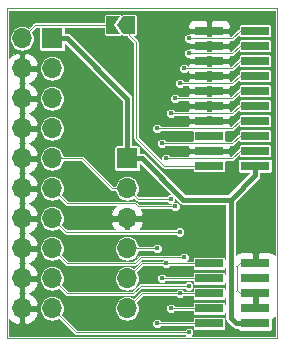
<source format=gbr>
G04 #@! TF.GenerationSoftware,KiCad,Pcbnew,(5.1.4)-1*
G04 #@! TF.CreationDate,2020-04-26T19:25:09+02:00*
G04 #@! TF.ProjectId,JtagArm20Adapter,4a746167-4172-46d3-9230-416461707465,rev?*
G04 #@! TF.SameCoordinates,Original*
G04 #@! TF.FileFunction,Copper,L1,Top*
G04 #@! TF.FilePolarity,Positive*
%FSLAX46Y46*%
G04 Gerber Fmt 4.6, Leading zero omitted, Abs format (unit mm)*
G04 Created by KiCad (PCBNEW (5.1.4)-1) date 2020-04-26 19:25:09*
%MOMM*%
%LPD*%
G04 APERTURE LIST*
%ADD10C,0.050000*%
%ADD11O,1.700000X1.700000*%
%ADD12R,1.700000X1.700000*%
%ADD13C,0.300000*%
%ADD14C,0.100000*%
%ADD15R,2.400000X0.740000*%
%ADD16C,0.450000*%
%ADD17C,0.090000*%
%ADD18C,0.400000*%
G04 APERTURE END LIST*
D10*
X138430000Y-107950000D02*
X138430000Y-80010000D01*
X161290000Y-107950000D02*
X138430000Y-107950000D01*
X161290000Y-80010000D02*
X161290000Y-107950000D01*
X138430000Y-80010000D02*
X161290000Y-80010000D01*
D11*
X139700000Y-105410000D03*
X142240000Y-105410000D03*
X139700000Y-102870000D03*
X142240000Y-102870000D03*
X139700000Y-100330000D03*
X142240000Y-100330000D03*
X139700000Y-97790000D03*
X142240000Y-97790000D03*
X139700000Y-95250000D03*
X142240000Y-95250000D03*
X139700000Y-92710000D03*
X142240000Y-92710000D03*
X139700000Y-90170000D03*
X142240000Y-90170000D03*
X139700000Y-87630000D03*
X142240000Y-87630000D03*
X139700000Y-85090000D03*
X142240000Y-85090000D03*
X139700000Y-82550000D03*
D12*
X142240000Y-82550000D03*
D13*
X148757300Y-81419700D03*
D14*
G36*
X147757300Y-81419700D02*
G01*
X148257300Y-80669700D01*
X149257300Y-80669700D01*
X149257300Y-82169700D01*
X148257300Y-82169700D01*
X147757300Y-81419700D01*
X147757300Y-81419700D01*
G37*
D13*
X147307300Y-81419700D03*
D14*
G36*
X146807300Y-80669700D02*
G01*
X147957300Y-80669700D01*
X147457300Y-81419700D01*
X147957300Y-82169700D01*
X146807300Y-82169700D01*
X146807300Y-80669700D01*
X146807300Y-80669700D01*
G37*
D11*
X148590000Y-105410000D03*
X148590000Y-102870000D03*
X148590000Y-100330000D03*
X148590000Y-97790000D03*
X148590000Y-95250000D03*
D12*
X148590000Y-92710000D03*
D15*
X155530000Y-81915000D03*
X159430000Y-81915000D03*
X155530000Y-83185000D03*
X159430000Y-83185000D03*
X155530000Y-84455000D03*
X159430000Y-84455000D03*
X155530000Y-85725000D03*
X159430000Y-85725000D03*
X155530000Y-86995000D03*
X159430000Y-86995000D03*
X155530000Y-88265000D03*
X159430000Y-88265000D03*
X155530000Y-89535000D03*
X159430000Y-89535000D03*
X155530000Y-90805000D03*
X159430000Y-90805000D03*
X155530000Y-92075000D03*
X159430000Y-92075000D03*
X155530000Y-93345000D03*
X159430000Y-93345000D03*
X155530000Y-101600000D03*
X159430000Y-101600000D03*
X155530000Y-102870000D03*
X159430000Y-102870000D03*
X155530000Y-104140000D03*
X159430000Y-104140000D03*
X155530000Y-105410000D03*
X159430000Y-105410000D03*
X155530000Y-106680000D03*
X159430000Y-106680000D03*
D16*
X151892000Y-92710000D03*
X151892000Y-101600000D03*
X157353000Y-89535000D03*
X157353000Y-92075000D03*
X157353000Y-88265000D03*
X157353000Y-86995000D03*
X157353000Y-84455000D03*
X157353000Y-83185000D03*
X157353000Y-81915000D03*
X159385000Y-104775000D03*
X160909000Y-107569000D03*
X157099000Y-107569000D03*
X151511000Y-91440000D03*
X151511000Y-102870000D03*
X153035000Y-86360000D03*
X153035000Y-98933000D03*
X153035000Y-104140000D03*
X152273000Y-88900000D03*
X152273000Y-96139000D03*
X152273000Y-105410000D03*
X151130000Y-90170000D03*
X151130000Y-100330000D03*
X151130000Y-106680000D03*
X153797000Y-82550000D03*
X153797000Y-107442000D03*
X153797000Y-83820000D03*
X153797000Y-103505000D03*
X153416000Y-85090000D03*
X153416000Y-101092000D03*
X152654000Y-87630000D03*
X152654000Y-96774000D03*
D17*
X151892000Y-101600000D02*
X155530000Y-101600000D01*
X149860000Y-101600000D02*
X148590000Y-102870000D01*
X151892000Y-101600000D02*
X149860000Y-101600000D01*
X158115000Y-92075000D02*
X159430000Y-92075000D01*
X157480000Y-92710000D02*
X158115000Y-92075000D01*
X151892000Y-92710000D02*
X157480000Y-92710000D01*
X158115000Y-101600000D02*
X159430000Y-101600000D01*
X159430000Y-104140000D02*
X158140000Y-104140000D01*
X157861000Y-101854000D02*
X158115000Y-101600000D01*
X157861000Y-103861000D02*
X157861000Y-101854000D01*
X158140000Y-104140000D02*
X157861000Y-103861000D01*
X158140000Y-90805000D02*
X157505000Y-91440000D01*
X159430000Y-90805000D02*
X158140000Y-90805000D01*
X157505000Y-91440000D02*
X154351998Y-91440000D01*
X154351998Y-91440000D02*
X151511000Y-91440000D01*
X151511000Y-102870000D02*
X155530000Y-102870000D01*
X158140000Y-85725000D02*
X157505000Y-86360000D01*
X159430000Y-85725000D02*
X158140000Y-85725000D01*
X157505000Y-86360000D02*
X153035000Y-86360000D01*
X143383000Y-98933000D02*
X142240000Y-97790000D01*
X153035000Y-98933000D02*
X143383000Y-98933000D01*
X155530000Y-104140000D02*
X153035000Y-104140000D01*
X149860000Y-104140000D02*
X148590000Y-105410000D01*
X153035000Y-104140000D02*
X149860000Y-104140000D01*
X158140000Y-88265000D02*
X157505000Y-88900000D01*
X159430000Y-88265000D02*
X158140000Y-88265000D01*
X157505000Y-88900000D02*
X153670000Y-88900000D01*
X153670000Y-88900000D02*
X152273000Y-88900000D01*
X149479000Y-96139000D02*
X148590000Y-95250000D01*
X152273000Y-96139000D02*
X149479000Y-96139000D01*
X148590000Y-95250000D02*
X147320000Y-95250000D01*
X144780000Y-92710000D02*
X142240000Y-92710000D01*
X147320000Y-95250000D02*
X144780000Y-92710000D01*
X152273000Y-105410000D02*
X155530000Y-105410000D01*
X159430000Y-89535000D02*
X158600000Y-89535000D01*
X150811802Y-100330000D02*
X148590000Y-100330000D01*
X151130000Y-100330000D02*
X150811802Y-100330000D01*
X155530000Y-106680000D02*
X151130000Y-106680000D01*
X151130000Y-90170000D02*
X157480000Y-90170000D01*
X158115000Y-89535000D02*
X159430000Y-89535000D01*
X157480000Y-90170000D02*
X158115000Y-89535000D01*
D18*
X148590000Y-91460000D02*
X148590000Y-92710000D01*
X148590000Y-87650000D02*
X148590000Y-91460000D01*
X143490000Y-82550000D02*
X148590000Y-87650000D01*
X142240000Y-82550000D02*
X143490000Y-82550000D01*
X157830000Y-106680000D02*
X157353000Y-106203000D01*
X159430000Y-106680000D02*
X157830000Y-106680000D01*
X159430000Y-94115000D02*
X159430000Y-93345000D01*
X157353000Y-96192000D02*
X159430000Y-94115000D01*
X157353000Y-106203000D02*
X157353000Y-96192000D01*
X149840000Y-92710000D02*
X148590000Y-92710000D01*
X157353000Y-96192000D02*
X153322000Y-96192000D01*
X153322000Y-96192000D02*
X149840000Y-92710000D01*
D17*
X156708002Y-82550000D02*
X153797000Y-82550000D01*
X157505000Y-82550000D02*
X156708002Y-82550000D01*
X159430000Y-81915000D02*
X158140000Y-81915000D01*
X158140000Y-81915000D02*
X157505000Y-82550000D01*
X144272000Y-107442000D02*
X145669000Y-107442000D01*
X142240000Y-105410000D02*
X144272000Y-107442000D01*
X153797000Y-107442000D02*
X145669000Y-107442000D01*
X153797000Y-103505000D02*
X149733000Y-103505000D01*
X149733000Y-103505000D02*
X149098000Y-104140000D01*
X143510000Y-104140000D02*
X142240000Y-102870000D01*
X149098000Y-104140000D02*
X143510000Y-104140000D01*
X157480000Y-83820000D02*
X153797000Y-83820000D01*
X158115000Y-83185000D02*
X157480000Y-83820000D01*
X159430000Y-83185000D02*
X158115000Y-83185000D01*
X153416000Y-101092000D02*
X149733000Y-101092000D01*
X149733000Y-101092000D02*
X149225000Y-101600000D01*
X143510000Y-101600000D02*
X142240000Y-100330000D01*
X149225000Y-101600000D02*
X143510000Y-101600000D01*
X158115000Y-84455000D02*
X159430000Y-84455000D01*
X153416000Y-85090000D02*
X157480000Y-85090000D01*
X157480000Y-85090000D02*
X158115000Y-84455000D01*
X152654000Y-96774000D02*
X149479000Y-96774000D01*
X149479000Y-96774000D02*
X149225000Y-96520000D01*
X143510000Y-96520000D02*
X142240000Y-95250000D01*
X149225000Y-96520000D02*
X143510000Y-96520000D01*
X158115000Y-86995000D02*
X159430000Y-86995000D01*
X157480000Y-87630000D02*
X158115000Y-86995000D01*
X152654000Y-87630000D02*
X157480000Y-87630000D01*
X149340710Y-83120710D02*
X149340710Y-90946110D01*
X151739600Y-93345000D02*
X155530000Y-93345000D01*
X149340710Y-90946110D02*
X151739600Y-93345000D01*
X149340710Y-82853110D02*
X149340710Y-90946110D01*
X148757300Y-82269700D02*
X149340710Y-82853110D01*
X148757300Y-81419700D02*
X148757300Y-82269700D01*
X140830300Y-81419700D02*
X147307300Y-81419700D01*
X139700000Y-82550000D02*
X140830300Y-81419700D01*
D14*
G36*
X161087001Y-100907276D02*
G01*
X161026475Y-100833525D01*
X160941508Y-100763795D01*
X160844571Y-100711981D01*
X160739387Y-100680074D01*
X160630000Y-100669300D01*
X159773500Y-100672000D01*
X159634000Y-100811500D01*
X159634000Y-101396000D01*
X159654000Y-101396000D01*
X159654000Y-101804000D01*
X159634000Y-101804000D01*
X159634000Y-101824000D01*
X159226000Y-101824000D01*
X159226000Y-101804000D01*
X159206000Y-101804000D01*
X159206000Y-101396000D01*
X159226000Y-101396000D01*
X159226000Y-100811500D01*
X159086500Y-100672000D01*
X158230000Y-100669300D01*
X158120613Y-100680074D01*
X158015429Y-100711981D01*
X157918492Y-100763795D01*
X157833525Y-100833525D01*
X157803000Y-100870720D01*
X157803000Y-96378395D01*
X159732573Y-94448823D01*
X159749737Y-94434737D01*
X159763824Y-94417572D01*
X159763828Y-94417568D01*
X159805971Y-94366217D01*
X159847757Y-94288041D01*
X159847757Y-94288040D01*
X159873489Y-94203215D01*
X159880000Y-94137105D01*
X159880000Y-94137094D01*
X159882176Y-94115000D01*
X159880000Y-94092906D01*
X159880000Y-93966209D01*
X160630000Y-93966209D01*
X160679008Y-93961382D01*
X160726134Y-93947087D01*
X160769564Y-93923873D01*
X160807632Y-93892632D01*
X160838873Y-93854564D01*
X160862087Y-93811134D01*
X160876382Y-93764008D01*
X160881209Y-93715000D01*
X160881209Y-92975000D01*
X160876382Y-92925992D01*
X160862087Y-92878866D01*
X160838873Y-92835436D01*
X160807632Y-92797368D01*
X160769564Y-92766127D01*
X160726134Y-92742913D01*
X160679008Y-92728618D01*
X160630000Y-92723791D01*
X158230000Y-92723791D01*
X158180992Y-92728618D01*
X158133866Y-92742913D01*
X158090436Y-92766127D01*
X158052368Y-92797368D01*
X158021127Y-92835436D01*
X157997913Y-92878866D01*
X157983618Y-92925992D01*
X157978791Y-92975000D01*
X157978791Y-93715000D01*
X157983618Y-93764008D01*
X157997913Y-93811134D01*
X158021127Y-93854564D01*
X158052368Y-93892632D01*
X158090436Y-93923873D01*
X158133866Y-93947087D01*
X158180992Y-93961382D01*
X158230000Y-93966209D01*
X158942395Y-93966209D01*
X157166605Y-95742000D01*
X153508396Y-95742000D01*
X150173829Y-92407434D01*
X150159737Y-92390263D01*
X150091216Y-92334029D01*
X150013041Y-92292243D01*
X149928215Y-92266511D01*
X149862105Y-92260000D01*
X149862094Y-92260000D01*
X149840000Y-92257824D01*
X149817906Y-92260000D01*
X149691209Y-92260000D01*
X149691209Y-91860000D01*
X149686382Y-91810992D01*
X149672087Y-91763866D01*
X149648873Y-91720436D01*
X149617632Y-91682368D01*
X149579564Y-91651127D01*
X149536134Y-91627913D01*
X149489008Y-91613618D01*
X149440000Y-91608791D01*
X149040000Y-91608791D01*
X149040000Y-87672093D01*
X149042176Y-87649999D01*
X149040000Y-87627905D01*
X149040000Y-87627895D01*
X149033489Y-87561785D01*
X149007757Y-87476959D01*
X149001028Y-87464370D01*
X148965971Y-87398783D01*
X148923828Y-87347432D01*
X148923824Y-87347428D01*
X148909737Y-87330263D01*
X148892573Y-87316177D01*
X143823829Y-82247434D01*
X143809737Y-82230263D01*
X143741216Y-82174029D01*
X143663041Y-82132243D01*
X143578215Y-82106511D01*
X143512105Y-82100000D01*
X143512094Y-82100000D01*
X143490000Y-82097824D01*
X143467906Y-82100000D01*
X143341209Y-82100000D01*
X143341209Y-81700000D01*
X143336382Y-81650992D01*
X143333867Y-81642700D01*
X146628439Y-81642700D01*
X146628439Y-82169700D01*
X146631876Y-82204594D01*
X146642054Y-82238147D01*
X146658583Y-82269070D01*
X146680826Y-82296174D01*
X146707930Y-82318417D01*
X146738853Y-82334946D01*
X146772406Y-82345124D01*
X146807300Y-82348561D01*
X147957300Y-82348561D01*
X147992011Y-82345161D01*
X148025574Y-82335018D01*
X148056514Y-82318521D01*
X148083641Y-82296306D01*
X148105913Y-82269225D01*
X148107149Y-82266919D01*
X148108479Y-82268914D01*
X148130826Y-82296174D01*
X148157930Y-82318417D01*
X148188853Y-82334946D01*
X148222406Y-82345124D01*
X148257300Y-82348561D01*
X148548189Y-82348561D01*
X148550279Y-82355451D01*
X148570986Y-82394192D01*
X148598853Y-82428148D01*
X148607363Y-82435132D01*
X149117710Y-82945480D01*
X149117710Y-83109757D01*
X149117711Y-90935146D01*
X149116631Y-90946110D01*
X149120937Y-90989825D01*
X149131539Y-91024773D01*
X149133689Y-91031861D01*
X149154396Y-91070602D01*
X149182263Y-91104558D01*
X149190773Y-91111542D01*
X151574168Y-93494938D01*
X151581152Y-93503448D01*
X151615108Y-93531315D01*
X151653849Y-93552022D01*
X151695884Y-93564773D01*
X151739600Y-93569079D01*
X151750554Y-93568000D01*
X154151139Y-93568000D01*
X154151139Y-93715000D01*
X154154576Y-93749894D01*
X154164754Y-93783447D01*
X154181283Y-93814370D01*
X154203526Y-93841474D01*
X154230630Y-93863717D01*
X154261553Y-93880246D01*
X154295106Y-93890424D01*
X154330000Y-93893861D01*
X156730000Y-93893861D01*
X156764894Y-93890424D01*
X156798447Y-93880246D01*
X156829370Y-93863717D01*
X156856474Y-93841474D01*
X156878717Y-93814370D01*
X156895246Y-93783447D01*
X156905424Y-93749894D01*
X156908861Y-93715000D01*
X156908861Y-92975000D01*
X156908751Y-92973885D01*
X156944571Y-92963019D01*
X157000732Y-92933000D01*
X157469046Y-92933000D01*
X157480000Y-92934079D01*
X157490954Y-92933000D01*
X157523716Y-92929773D01*
X157565751Y-92917022D01*
X157604492Y-92896315D01*
X157638448Y-92868448D01*
X157645436Y-92859933D01*
X158051967Y-92453402D01*
X158054576Y-92479894D01*
X158064754Y-92513447D01*
X158081283Y-92544370D01*
X158103526Y-92571474D01*
X158130630Y-92593717D01*
X158161553Y-92610246D01*
X158195106Y-92620424D01*
X158230000Y-92623861D01*
X160630000Y-92623861D01*
X160664894Y-92620424D01*
X160698447Y-92610246D01*
X160729370Y-92593717D01*
X160756474Y-92571474D01*
X160778717Y-92544370D01*
X160795246Y-92513447D01*
X160805424Y-92479894D01*
X160808861Y-92445000D01*
X160808861Y-91705000D01*
X160805424Y-91670106D01*
X160795246Y-91636553D01*
X160778717Y-91605630D01*
X160756474Y-91578526D01*
X160729370Y-91556283D01*
X160698447Y-91539754D01*
X160664894Y-91529576D01*
X160630000Y-91526139D01*
X158230000Y-91526139D01*
X158195106Y-91529576D01*
X158161553Y-91539754D01*
X158130630Y-91556283D01*
X158103526Y-91578526D01*
X158081283Y-91605630D01*
X158064754Y-91636553D01*
X158054576Y-91670106D01*
X158051139Y-91705000D01*
X158051139Y-91861337D01*
X158029248Y-91867978D01*
X158010953Y-91877757D01*
X157990508Y-91888685D01*
X157956552Y-91916552D01*
X157949564Y-91925067D01*
X157387631Y-92487000D01*
X157286563Y-92487000D01*
X157290700Y-92445000D01*
X157288000Y-92418500D01*
X157148500Y-92279000D01*
X155734000Y-92279000D01*
X155734000Y-92299000D01*
X155326000Y-92299000D01*
X155326000Y-92279000D01*
X153911500Y-92279000D01*
X153772000Y-92418500D01*
X153769300Y-92445000D01*
X153773437Y-92487000D01*
X152227681Y-92487000D01*
X152205031Y-92453102D01*
X152148898Y-92396969D01*
X152082892Y-92352866D01*
X152009551Y-92322487D01*
X151931692Y-92307000D01*
X151852308Y-92307000D01*
X151774449Y-92322487D01*
X151701108Y-92352866D01*
X151635102Y-92396969D01*
X151578969Y-92453102D01*
X151534866Y-92519108D01*
X151504487Y-92592449D01*
X151489000Y-92670308D01*
X151489000Y-92749692D01*
X151496285Y-92786315D01*
X149563710Y-90853741D01*
X149563710Y-90130308D01*
X150727000Y-90130308D01*
X150727000Y-90209692D01*
X150742487Y-90287551D01*
X150772866Y-90360892D01*
X150816969Y-90426898D01*
X150873102Y-90483031D01*
X150939108Y-90527134D01*
X151012449Y-90557513D01*
X151090308Y-90573000D01*
X151169692Y-90573000D01*
X151247551Y-90557513D01*
X151320892Y-90527134D01*
X151386898Y-90483031D01*
X151443031Y-90426898D01*
X151465681Y-90393000D01*
X154059268Y-90393000D01*
X154115429Y-90423019D01*
X154151249Y-90433885D01*
X154151139Y-90435000D01*
X154151139Y-91175000D01*
X154151249Y-91176115D01*
X154115429Y-91186981D01*
X154059268Y-91217000D01*
X151846681Y-91217000D01*
X151824031Y-91183102D01*
X151767898Y-91126969D01*
X151701892Y-91082866D01*
X151628551Y-91052487D01*
X151550692Y-91037000D01*
X151471308Y-91037000D01*
X151393449Y-91052487D01*
X151320108Y-91082866D01*
X151254102Y-91126969D01*
X151197969Y-91183102D01*
X151153866Y-91249108D01*
X151123487Y-91322449D01*
X151108000Y-91400308D01*
X151108000Y-91479692D01*
X151123487Y-91557551D01*
X151153866Y-91630892D01*
X151197969Y-91696898D01*
X151254102Y-91753031D01*
X151320108Y-91797134D01*
X151393449Y-91827513D01*
X151471308Y-91843000D01*
X151550692Y-91843000D01*
X151628551Y-91827513D01*
X151701892Y-91797134D01*
X151767898Y-91753031D01*
X151824031Y-91696898D01*
X151846681Y-91663000D01*
X153773437Y-91663000D01*
X153769300Y-91705000D01*
X153772000Y-91731500D01*
X153911500Y-91871000D01*
X155326000Y-91871000D01*
X155326000Y-91851000D01*
X155734000Y-91851000D01*
X155734000Y-91871000D01*
X157148500Y-91871000D01*
X157288000Y-91731500D01*
X157290700Y-91705000D01*
X157286563Y-91663000D01*
X157494046Y-91663000D01*
X157505000Y-91664079D01*
X157515954Y-91663000D01*
X157548716Y-91659773D01*
X157590751Y-91647022D01*
X157629492Y-91626315D01*
X157663448Y-91598448D01*
X157670436Y-91589933D01*
X158054208Y-91206161D01*
X158054576Y-91209894D01*
X158064754Y-91243447D01*
X158081283Y-91274370D01*
X158103526Y-91301474D01*
X158130630Y-91323717D01*
X158161553Y-91340246D01*
X158195106Y-91350424D01*
X158230000Y-91353861D01*
X160630000Y-91353861D01*
X160664894Y-91350424D01*
X160698447Y-91340246D01*
X160729370Y-91323717D01*
X160756474Y-91301474D01*
X160778717Y-91274370D01*
X160795246Y-91243447D01*
X160805424Y-91209894D01*
X160808861Y-91175000D01*
X160808861Y-90435000D01*
X160805424Y-90400106D01*
X160795246Y-90366553D01*
X160778717Y-90335630D01*
X160756474Y-90308526D01*
X160729370Y-90286283D01*
X160698447Y-90269754D01*
X160664894Y-90259576D01*
X160630000Y-90256139D01*
X158230000Y-90256139D01*
X158195106Y-90259576D01*
X158161553Y-90269754D01*
X158130630Y-90286283D01*
X158103526Y-90308526D01*
X158081283Y-90335630D01*
X158064754Y-90366553D01*
X158054576Y-90400106D01*
X158051139Y-90435000D01*
X158051139Y-90599640D01*
X158034878Y-90608332D01*
X158015508Y-90618685D01*
X157981552Y-90646552D01*
X157974564Y-90655067D01*
X157412631Y-91217000D01*
X157000732Y-91217000D01*
X156944571Y-91186981D01*
X156908751Y-91176115D01*
X156908861Y-91175000D01*
X156908861Y-90435000D01*
X156908751Y-90433885D01*
X156944571Y-90423019D01*
X157000732Y-90393000D01*
X157469046Y-90393000D01*
X157480000Y-90394079D01*
X157490954Y-90393000D01*
X157523716Y-90389773D01*
X157565751Y-90377022D01*
X157604492Y-90356315D01*
X157638448Y-90328448D01*
X157645436Y-90319933D01*
X158051967Y-89913402D01*
X158054576Y-89939894D01*
X158064754Y-89973447D01*
X158081283Y-90004370D01*
X158103526Y-90031474D01*
X158130630Y-90053717D01*
X158161553Y-90070246D01*
X158195106Y-90080424D01*
X158230000Y-90083861D01*
X160630000Y-90083861D01*
X160664894Y-90080424D01*
X160698447Y-90070246D01*
X160729370Y-90053717D01*
X160756474Y-90031474D01*
X160778717Y-90004370D01*
X160795246Y-89973447D01*
X160805424Y-89939894D01*
X160808861Y-89905000D01*
X160808861Y-89165000D01*
X160805424Y-89130106D01*
X160795246Y-89096553D01*
X160778717Y-89065630D01*
X160756474Y-89038526D01*
X160729370Y-89016283D01*
X160698447Y-88999754D01*
X160664894Y-88989576D01*
X160630000Y-88986139D01*
X158230000Y-88986139D01*
X158195106Y-88989576D01*
X158161553Y-88999754D01*
X158130630Y-89016283D01*
X158103526Y-89038526D01*
X158081283Y-89065630D01*
X158064754Y-89096553D01*
X158054576Y-89130106D01*
X158051139Y-89165000D01*
X158051139Y-89321337D01*
X158029248Y-89327978D01*
X158009878Y-89338332D01*
X157990508Y-89348685D01*
X157956552Y-89376552D01*
X157949564Y-89385067D01*
X157387631Y-89947000D01*
X157286563Y-89947000D01*
X157290700Y-89905000D01*
X157288000Y-89878500D01*
X157148500Y-89739000D01*
X155734000Y-89739000D01*
X155734000Y-89759000D01*
X155326000Y-89759000D01*
X155326000Y-89739000D01*
X153911500Y-89739000D01*
X153772000Y-89878500D01*
X153769300Y-89905000D01*
X153773437Y-89947000D01*
X151465681Y-89947000D01*
X151443031Y-89913102D01*
X151386898Y-89856969D01*
X151320892Y-89812866D01*
X151247551Y-89782487D01*
X151169692Y-89767000D01*
X151090308Y-89767000D01*
X151012449Y-89782487D01*
X150939108Y-89812866D01*
X150873102Y-89856969D01*
X150816969Y-89913102D01*
X150772866Y-89979108D01*
X150742487Y-90052449D01*
X150727000Y-90130308D01*
X149563710Y-90130308D01*
X149563710Y-88860308D01*
X151870000Y-88860308D01*
X151870000Y-88939692D01*
X151885487Y-89017551D01*
X151915866Y-89090892D01*
X151959969Y-89156898D01*
X152016102Y-89213031D01*
X152082108Y-89257134D01*
X152155449Y-89287513D01*
X152233308Y-89303000D01*
X152312692Y-89303000D01*
X152390551Y-89287513D01*
X152463892Y-89257134D01*
X152529898Y-89213031D01*
X152586031Y-89156898D01*
X152608681Y-89123000D01*
X153773437Y-89123000D01*
X153769300Y-89165000D01*
X153772000Y-89191500D01*
X153911500Y-89331000D01*
X155326000Y-89331000D01*
X155326000Y-89123000D01*
X155734000Y-89123000D01*
X155734000Y-89331000D01*
X157148500Y-89331000D01*
X157288000Y-89191500D01*
X157290700Y-89165000D01*
X157286563Y-89123000D01*
X157494046Y-89123000D01*
X157505000Y-89124079D01*
X157515954Y-89123000D01*
X157548716Y-89119773D01*
X157590751Y-89107022D01*
X157629492Y-89086315D01*
X157663448Y-89058448D01*
X157670436Y-89049933D01*
X158054208Y-88666161D01*
X158054576Y-88669894D01*
X158064754Y-88703447D01*
X158081283Y-88734370D01*
X158103526Y-88761474D01*
X158130630Y-88783717D01*
X158161553Y-88800246D01*
X158195106Y-88810424D01*
X158230000Y-88813861D01*
X160630000Y-88813861D01*
X160664894Y-88810424D01*
X160698447Y-88800246D01*
X160729370Y-88783717D01*
X160756474Y-88761474D01*
X160778717Y-88734370D01*
X160795246Y-88703447D01*
X160805424Y-88669894D01*
X160808861Y-88635000D01*
X160808861Y-87895000D01*
X160805424Y-87860106D01*
X160795246Y-87826553D01*
X160778717Y-87795630D01*
X160756474Y-87768526D01*
X160729370Y-87746283D01*
X160698447Y-87729754D01*
X160664894Y-87719576D01*
X160630000Y-87716139D01*
X158230000Y-87716139D01*
X158195106Y-87719576D01*
X158161553Y-87729754D01*
X158130630Y-87746283D01*
X158103526Y-87768526D01*
X158081283Y-87795630D01*
X158064754Y-87826553D01*
X158054576Y-87860106D01*
X158051139Y-87895000D01*
X158051139Y-88059640D01*
X158035953Y-88067757D01*
X158015508Y-88078685D01*
X157981552Y-88106552D01*
X157974564Y-88115067D01*
X157412631Y-88677000D01*
X157286563Y-88677000D01*
X157290700Y-88635000D01*
X157288000Y-88608500D01*
X157148500Y-88469000D01*
X155734000Y-88469000D01*
X155734000Y-88677000D01*
X155326000Y-88677000D01*
X155326000Y-88469000D01*
X153911500Y-88469000D01*
X153772000Y-88608500D01*
X153769300Y-88635000D01*
X153773437Y-88677000D01*
X152608681Y-88677000D01*
X152586031Y-88643102D01*
X152529898Y-88586969D01*
X152463892Y-88542866D01*
X152390551Y-88512487D01*
X152312692Y-88497000D01*
X152233308Y-88497000D01*
X152155449Y-88512487D01*
X152082108Y-88542866D01*
X152016102Y-88586969D01*
X151959969Y-88643102D01*
X151915866Y-88709108D01*
X151885487Y-88782449D01*
X151870000Y-88860308D01*
X149563710Y-88860308D01*
X149563710Y-87590308D01*
X152251000Y-87590308D01*
X152251000Y-87669692D01*
X152266487Y-87747551D01*
X152296866Y-87820892D01*
X152340969Y-87886898D01*
X152397102Y-87943031D01*
X152463108Y-87987134D01*
X152536449Y-88017513D01*
X152614308Y-88033000D01*
X152693692Y-88033000D01*
X152771551Y-88017513D01*
X152844892Y-87987134D01*
X152910898Y-87943031D01*
X152967031Y-87886898D01*
X152989681Y-87853000D01*
X153773437Y-87853000D01*
X153769300Y-87895000D01*
X153772000Y-87921500D01*
X153911500Y-88061000D01*
X155326000Y-88061000D01*
X155326000Y-87853000D01*
X155734000Y-87853000D01*
X155734000Y-88061000D01*
X157148500Y-88061000D01*
X157288000Y-87921500D01*
X157290700Y-87895000D01*
X157286563Y-87853000D01*
X157469046Y-87853000D01*
X157480000Y-87854079D01*
X157490954Y-87853000D01*
X157523716Y-87849773D01*
X157565751Y-87837022D01*
X157604492Y-87816315D01*
X157638448Y-87788448D01*
X157645436Y-87779933D01*
X158051967Y-87373402D01*
X158054576Y-87399894D01*
X158064754Y-87433447D01*
X158081283Y-87464370D01*
X158103526Y-87491474D01*
X158130630Y-87513717D01*
X158161553Y-87530246D01*
X158195106Y-87540424D01*
X158230000Y-87543861D01*
X160630000Y-87543861D01*
X160664894Y-87540424D01*
X160698447Y-87530246D01*
X160729370Y-87513717D01*
X160756474Y-87491474D01*
X160778717Y-87464370D01*
X160795246Y-87433447D01*
X160805424Y-87399894D01*
X160808861Y-87365000D01*
X160808861Y-86625000D01*
X160805424Y-86590106D01*
X160795246Y-86556553D01*
X160778717Y-86525630D01*
X160756474Y-86498526D01*
X160729370Y-86476283D01*
X160698447Y-86459754D01*
X160664894Y-86449576D01*
X160630000Y-86446139D01*
X158230000Y-86446139D01*
X158195106Y-86449576D01*
X158161553Y-86459754D01*
X158130630Y-86476283D01*
X158103526Y-86498526D01*
X158081283Y-86525630D01*
X158064754Y-86556553D01*
X158054576Y-86590106D01*
X158051139Y-86625000D01*
X158051139Y-86781337D01*
X158029248Y-86787978D01*
X158009879Y-86798331D01*
X157990508Y-86808685D01*
X157956552Y-86836552D01*
X157949564Y-86845067D01*
X157387631Y-87407000D01*
X157286563Y-87407000D01*
X157290700Y-87365000D01*
X157288000Y-87338500D01*
X157148500Y-87199000D01*
X155734000Y-87199000D01*
X155734000Y-87407000D01*
X155326000Y-87407000D01*
X155326000Y-87199000D01*
X153911500Y-87199000D01*
X153772000Y-87338500D01*
X153769300Y-87365000D01*
X153773437Y-87407000D01*
X152989681Y-87407000D01*
X152967031Y-87373102D01*
X152910898Y-87316969D01*
X152844892Y-87272866D01*
X152771551Y-87242487D01*
X152693692Y-87227000D01*
X152614308Y-87227000D01*
X152536449Y-87242487D01*
X152463108Y-87272866D01*
X152397102Y-87316969D01*
X152340969Y-87373102D01*
X152296866Y-87439108D01*
X152266487Y-87512449D01*
X152251000Y-87590308D01*
X149563710Y-87590308D01*
X149563710Y-86320308D01*
X152632000Y-86320308D01*
X152632000Y-86399692D01*
X152647487Y-86477551D01*
X152677866Y-86550892D01*
X152721969Y-86616898D01*
X152778102Y-86673031D01*
X152844108Y-86717134D01*
X152917449Y-86747513D01*
X152995308Y-86763000D01*
X153074692Y-86763000D01*
X153152551Y-86747513D01*
X153225892Y-86717134D01*
X153291898Y-86673031D01*
X153348031Y-86616898D01*
X153370681Y-86583000D01*
X153773437Y-86583000D01*
X153769300Y-86625000D01*
X153772000Y-86651500D01*
X153911500Y-86791000D01*
X155326000Y-86791000D01*
X155326000Y-86583000D01*
X155734000Y-86583000D01*
X155734000Y-86791000D01*
X157148500Y-86791000D01*
X157288000Y-86651500D01*
X157290700Y-86625000D01*
X157286563Y-86583000D01*
X157494046Y-86583000D01*
X157505000Y-86584079D01*
X157515954Y-86583000D01*
X157548716Y-86579773D01*
X157590751Y-86567022D01*
X157629492Y-86546315D01*
X157663448Y-86518448D01*
X157670436Y-86509933D01*
X158054208Y-86126161D01*
X158054576Y-86129894D01*
X158064754Y-86163447D01*
X158081283Y-86194370D01*
X158103526Y-86221474D01*
X158130630Y-86243717D01*
X158161553Y-86260246D01*
X158195106Y-86270424D01*
X158230000Y-86273861D01*
X160630000Y-86273861D01*
X160664894Y-86270424D01*
X160698447Y-86260246D01*
X160729370Y-86243717D01*
X160756474Y-86221474D01*
X160778717Y-86194370D01*
X160795246Y-86163447D01*
X160805424Y-86129894D01*
X160808861Y-86095000D01*
X160808861Y-85355000D01*
X160805424Y-85320106D01*
X160795246Y-85286553D01*
X160778717Y-85255630D01*
X160756474Y-85228526D01*
X160729370Y-85206283D01*
X160698447Y-85189754D01*
X160664894Y-85179576D01*
X160630000Y-85176139D01*
X158230000Y-85176139D01*
X158195106Y-85179576D01*
X158161553Y-85189754D01*
X158130630Y-85206283D01*
X158103526Y-85228526D01*
X158081283Y-85255630D01*
X158064754Y-85286553D01*
X158054576Y-85320106D01*
X158051139Y-85355000D01*
X158051139Y-85519640D01*
X158034879Y-85528331D01*
X158015508Y-85538685D01*
X157981552Y-85566552D01*
X157974564Y-85575067D01*
X157412631Y-86137000D01*
X157286563Y-86137000D01*
X157290700Y-86095000D01*
X157288000Y-86068500D01*
X157148500Y-85929000D01*
X155734000Y-85929000D01*
X155734000Y-86137000D01*
X155326000Y-86137000D01*
X155326000Y-85929000D01*
X153911500Y-85929000D01*
X153772000Y-86068500D01*
X153769300Y-86095000D01*
X153773437Y-86137000D01*
X153370681Y-86137000D01*
X153348031Y-86103102D01*
X153291898Y-86046969D01*
X153225892Y-86002866D01*
X153152551Y-85972487D01*
X153074692Y-85957000D01*
X152995308Y-85957000D01*
X152917449Y-85972487D01*
X152844108Y-86002866D01*
X152778102Y-86046969D01*
X152721969Y-86103102D01*
X152677866Y-86169108D01*
X152647487Y-86242449D01*
X152632000Y-86320308D01*
X149563710Y-86320308D01*
X149563710Y-85050308D01*
X153013000Y-85050308D01*
X153013000Y-85129692D01*
X153028487Y-85207551D01*
X153058866Y-85280892D01*
X153102969Y-85346898D01*
X153159102Y-85403031D01*
X153225108Y-85447134D01*
X153298449Y-85477513D01*
X153376308Y-85493000D01*
X153455692Y-85493000D01*
X153533551Y-85477513D01*
X153606892Y-85447134D01*
X153672898Y-85403031D01*
X153729031Y-85346898D01*
X153751681Y-85313000D01*
X153773437Y-85313000D01*
X153769300Y-85355000D01*
X153772000Y-85381500D01*
X153911500Y-85521000D01*
X155326000Y-85521000D01*
X155326000Y-85313000D01*
X155734000Y-85313000D01*
X155734000Y-85521000D01*
X157148500Y-85521000D01*
X157288000Y-85381500D01*
X157290700Y-85355000D01*
X157286563Y-85313000D01*
X157469046Y-85313000D01*
X157480000Y-85314079D01*
X157490954Y-85313000D01*
X157523716Y-85309773D01*
X157565751Y-85297022D01*
X157604492Y-85276315D01*
X157638448Y-85248448D01*
X157645436Y-85239933D01*
X158051967Y-84833402D01*
X158054576Y-84859894D01*
X158064754Y-84893447D01*
X158081283Y-84924370D01*
X158103526Y-84951474D01*
X158130630Y-84973717D01*
X158161553Y-84990246D01*
X158195106Y-85000424D01*
X158230000Y-85003861D01*
X160630000Y-85003861D01*
X160664894Y-85000424D01*
X160698447Y-84990246D01*
X160729370Y-84973717D01*
X160756474Y-84951474D01*
X160778717Y-84924370D01*
X160795246Y-84893447D01*
X160805424Y-84859894D01*
X160808861Y-84825000D01*
X160808861Y-84085000D01*
X160805424Y-84050106D01*
X160795246Y-84016553D01*
X160778717Y-83985630D01*
X160756474Y-83958526D01*
X160729370Y-83936283D01*
X160698447Y-83919754D01*
X160664894Y-83909576D01*
X160630000Y-83906139D01*
X158230000Y-83906139D01*
X158195106Y-83909576D01*
X158161553Y-83919754D01*
X158130630Y-83936283D01*
X158103526Y-83958526D01*
X158081283Y-83985630D01*
X158064754Y-84016553D01*
X158054576Y-84050106D01*
X158051139Y-84085000D01*
X158051139Y-84241337D01*
X158029248Y-84247978D01*
X158009879Y-84258331D01*
X157990508Y-84268685D01*
X157956552Y-84296552D01*
X157949564Y-84305067D01*
X157387631Y-84867000D01*
X157286563Y-84867000D01*
X157290700Y-84825000D01*
X157288000Y-84798500D01*
X157148500Y-84659000D01*
X155734000Y-84659000D01*
X155734000Y-84867000D01*
X155326000Y-84867000D01*
X155326000Y-84659000D01*
X153911500Y-84659000D01*
X153772000Y-84798500D01*
X153769300Y-84825000D01*
X153773437Y-84867000D01*
X153751681Y-84867000D01*
X153729031Y-84833102D01*
X153672898Y-84776969D01*
X153606892Y-84732866D01*
X153533551Y-84702487D01*
X153455692Y-84687000D01*
X153376308Y-84687000D01*
X153298449Y-84702487D01*
X153225108Y-84732866D01*
X153159102Y-84776969D01*
X153102969Y-84833102D01*
X153058866Y-84899108D01*
X153028487Y-84972449D01*
X153013000Y-85050308D01*
X149563710Y-85050308D01*
X149563710Y-83780308D01*
X153394000Y-83780308D01*
X153394000Y-83859692D01*
X153409487Y-83937551D01*
X153439866Y-84010892D01*
X153483969Y-84076898D01*
X153540102Y-84133031D01*
X153606108Y-84177134D01*
X153679449Y-84207513D01*
X153757308Y-84223000D01*
X153836692Y-84223000D01*
X153875734Y-84215234D01*
X153911500Y-84251000D01*
X155326000Y-84251000D01*
X155326000Y-84043000D01*
X155734000Y-84043000D01*
X155734000Y-84251000D01*
X157148500Y-84251000D01*
X157288000Y-84111500D01*
X157290700Y-84085000D01*
X157286563Y-84043000D01*
X157469046Y-84043000D01*
X157480000Y-84044079D01*
X157490954Y-84043000D01*
X157523716Y-84039773D01*
X157565751Y-84027022D01*
X157604492Y-84006315D01*
X157638448Y-83978448D01*
X157645436Y-83969933D01*
X158051967Y-83563402D01*
X158054576Y-83589894D01*
X158064754Y-83623447D01*
X158081283Y-83654370D01*
X158103526Y-83681474D01*
X158130630Y-83703717D01*
X158161553Y-83720246D01*
X158195106Y-83730424D01*
X158230000Y-83733861D01*
X160630000Y-83733861D01*
X160664894Y-83730424D01*
X160698447Y-83720246D01*
X160729370Y-83703717D01*
X160756474Y-83681474D01*
X160778717Y-83654370D01*
X160795246Y-83623447D01*
X160805424Y-83589894D01*
X160808861Y-83555000D01*
X160808861Y-82815000D01*
X160805424Y-82780106D01*
X160795246Y-82746553D01*
X160778717Y-82715630D01*
X160756474Y-82688526D01*
X160729370Y-82666283D01*
X160698447Y-82649754D01*
X160664894Y-82639576D01*
X160630000Y-82636139D01*
X158230000Y-82636139D01*
X158195106Y-82639576D01*
X158161553Y-82649754D01*
X158130630Y-82666283D01*
X158103526Y-82688526D01*
X158081283Y-82715630D01*
X158064754Y-82746553D01*
X158054576Y-82780106D01*
X158051139Y-82815000D01*
X158051139Y-82971337D01*
X158029248Y-82977978D01*
X158009878Y-82988332D01*
X157990508Y-82998685D01*
X157956552Y-83026552D01*
X157949564Y-83035067D01*
X157387631Y-83597000D01*
X157286563Y-83597000D01*
X157290700Y-83555000D01*
X157288000Y-83528500D01*
X157148500Y-83389000D01*
X155734000Y-83389000D01*
X155734000Y-83597000D01*
X155326000Y-83597000D01*
X155326000Y-83389000D01*
X153911500Y-83389000D01*
X153875734Y-83424766D01*
X153836692Y-83417000D01*
X153757308Y-83417000D01*
X153679449Y-83432487D01*
X153606108Y-83462866D01*
X153540102Y-83506969D01*
X153483969Y-83563102D01*
X153439866Y-83629108D01*
X153409487Y-83702449D01*
X153394000Y-83780308D01*
X149563710Y-83780308D01*
X149563710Y-82864063D01*
X149564789Y-82853109D01*
X149560483Y-82809394D01*
X149558002Y-82801216D01*
X149547732Y-82767359D01*
X149527025Y-82728618D01*
X149499158Y-82694662D01*
X149490649Y-82687679D01*
X149313278Y-82510308D01*
X153394000Y-82510308D01*
X153394000Y-82589692D01*
X153409487Y-82667551D01*
X153439866Y-82740892D01*
X153483969Y-82806898D01*
X153540102Y-82863031D01*
X153606108Y-82907134D01*
X153679449Y-82937513D01*
X153757308Y-82953000D01*
X153836692Y-82953000D01*
X153875734Y-82945234D01*
X153911500Y-82981000D01*
X155326000Y-82981000D01*
X155326000Y-82773000D01*
X155734000Y-82773000D01*
X155734000Y-82981000D01*
X157148500Y-82981000D01*
X157288000Y-82841500D01*
X157290700Y-82815000D01*
X157286563Y-82773000D01*
X157494046Y-82773000D01*
X157505000Y-82774079D01*
X157515954Y-82773000D01*
X157548716Y-82769773D01*
X157590751Y-82757022D01*
X157629492Y-82736315D01*
X157663448Y-82708448D01*
X157670436Y-82699933D01*
X158054208Y-82316161D01*
X158054576Y-82319894D01*
X158064754Y-82353447D01*
X158081283Y-82384370D01*
X158103526Y-82411474D01*
X158130630Y-82433717D01*
X158161553Y-82450246D01*
X158195106Y-82460424D01*
X158230000Y-82463861D01*
X160630000Y-82463861D01*
X160664894Y-82460424D01*
X160698447Y-82450246D01*
X160729370Y-82433717D01*
X160756474Y-82411474D01*
X160778717Y-82384370D01*
X160795246Y-82353447D01*
X160805424Y-82319894D01*
X160808861Y-82285000D01*
X160808861Y-81545000D01*
X160805424Y-81510106D01*
X160795246Y-81476553D01*
X160778717Y-81445630D01*
X160756474Y-81418526D01*
X160729370Y-81396283D01*
X160698447Y-81379754D01*
X160664894Y-81369576D01*
X160630000Y-81366139D01*
X158230000Y-81366139D01*
X158195106Y-81369576D01*
X158161553Y-81379754D01*
X158130630Y-81396283D01*
X158103526Y-81418526D01*
X158081283Y-81445630D01*
X158064754Y-81476553D01*
X158054576Y-81510106D01*
X158051139Y-81545000D01*
X158051139Y-81709640D01*
X158034879Y-81718331D01*
X158015508Y-81728685D01*
X157981552Y-81756552D01*
X157974564Y-81765067D01*
X157412631Y-82327000D01*
X157286563Y-82327000D01*
X157290700Y-82285000D01*
X157288000Y-82258500D01*
X157148500Y-82119000D01*
X155734000Y-82119000D01*
X155734000Y-82327000D01*
X155326000Y-82327000D01*
X155326000Y-82119000D01*
X153911500Y-82119000D01*
X153875734Y-82154766D01*
X153836692Y-82147000D01*
X153757308Y-82147000D01*
X153679449Y-82162487D01*
X153606108Y-82192866D01*
X153540102Y-82236969D01*
X153483969Y-82293102D01*
X153439866Y-82359108D01*
X153409487Y-82432449D01*
X153394000Y-82510308D01*
X149313278Y-82510308D01*
X149151530Y-82348561D01*
X149257300Y-82348561D01*
X149292194Y-82345124D01*
X149325747Y-82334946D01*
X149356670Y-82318417D01*
X149383774Y-82296174D01*
X149406017Y-82269070D01*
X149422546Y-82238147D01*
X149432724Y-82204594D01*
X149436161Y-82169700D01*
X149436161Y-81545000D01*
X153769300Y-81545000D01*
X153772000Y-81571500D01*
X153911500Y-81711000D01*
X155326000Y-81711000D01*
X155326000Y-81126500D01*
X155734000Y-81126500D01*
X155734000Y-81711000D01*
X157148500Y-81711000D01*
X157288000Y-81571500D01*
X157290700Y-81545000D01*
X157279926Y-81435613D01*
X157248019Y-81330429D01*
X157196205Y-81233492D01*
X157126475Y-81148525D01*
X157041508Y-81078795D01*
X156944571Y-81026981D01*
X156839387Y-80995074D01*
X156730000Y-80984300D01*
X155873500Y-80987000D01*
X155734000Y-81126500D01*
X155326000Y-81126500D01*
X155186500Y-80987000D01*
X154330000Y-80984300D01*
X154220613Y-80995074D01*
X154115429Y-81026981D01*
X154018492Y-81078795D01*
X153933525Y-81148525D01*
X153863795Y-81233492D01*
X153811981Y-81330429D01*
X153780074Y-81435613D01*
X153769300Y-81545000D01*
X149436161Y-81545000D01*
X149436161Y-80669700D01*
X149432724Y-80634806D01*
X149422546Y-80601253D01*
X149406017Y-80570330D01*
X149383774Y-80543226D01*
X149356670Y-80520983D01*
X149325747Y-80504454D01*
X149292194Y-80494276D01*
X149257300Y-80490839D01*
X148257300Y-80490839D01*
X148222222Y-80494312D01*
X148188680Y-80504526D01*
X148157775Y-80521087D01*
X148130694Y-80543359D01*
X148108479Y-80570486D01*
X148107159Y-80572466D01*
X148106017Y-80570330D01*
X148083774Y-80543226D01*
X148056670Y-80520983D01*
X148025747Y-80504454D01*
X147992194Y-80494276D01*
X147957300Y-80490839D01*
X146807300Y-80490839D01*
X146772406Y-80494276D01*
X146738853Y-80504454D01*
X146707930Y-80520983D01*
X146680826Y-80543226D01*
X146658583Y-80570330D01*
X146642054Y-80601253D01*
X146631876Y-80634806D01*
X146628439Y-80669700D01*
X146628439Y-81196700D01*
X140841257Y-81196700D01*
X140830300Y-81195621D01*
X140786584Y-81199926D01*
X140744548Y-81212678D01*
X140725178Y-81223032D01*
X140705808Y-81233385D01*
X140671852Y-81261252D01*
X140664864Y-81269767D01*
X140254097Y-81680534D01*
X140095302Y-81595656D01*
X139901523Y-81536874D01*
X139750503Y-81522000D01*
X139649497Y-81522000D01*
X139498477Y-81536874D01*
X139304698Y-81595656D01*
X139126110Y-81691114D01*
X138969577Y-81819577D01*
X138841114Y-81976110D01*
X138745656Y-82154698D01*
X138686874Y-82348477D01*
X138667026Y-82550000D01*
X138686874Y-82751523D01*
X138745656Y-82945302D01*
X138841114Y-83123890D01*
X138969577Y-83280423D01*
X139126110Y-83408886D01*
X139304698Y-83504344D01*
X139498477Y-83563126D01*
X139649497Y-83578000D01*
X139750503Y-83578000D01*
X139901523Y-83563126D01*
X140095302Y-83504344D01*
X140273890Y-83408886D01*
X140430423Y-83280423D01*
X140558886Y-83123890D01*
X140654344Y-82945302D01*
X140713126Y-82751523D01*
X140732974Y-82550000D01*
X140713126Y-82348477D01*
X140654344Y-82154698D01*
X140569466Y-81995903D01*
X140922669Y-81642700D01*
X141146133Y-81642700D01*
X141143618Y-81650992D01*
X141138791Y-81700000D01*
X141138791Y-83400000D01*
X141143618Y-83449008D01*
X141157913Y-83496134D01*
X141181127Y-83539564D01*
X141212368Y-83577632D01*
X141250436Y-83608873D01*
X141293866Y-83632087D01*
X141340992Y-83646382D01*
X141390000Y-83651209D01*
X143090000Y-83651209D01*
X143139008Y-83646382D01*
X143186134Y-83632087D01*
X143229564Y-83608873D01*
X143267632Y-83577632D01*
X143298873Y-83539564D01*
X143322087Y-83496134D01*
X143336382Y-83449008D01*
X143341209Y-83400000D01*
X143341209Y-83037604D01*
X148140000Y-87836396D01*
X148140001Y-91437886D01*
X148140000Y-91437896D01*
X148140000Y-91608791D01*
X147740000Y-91608791D01*
X147690992Y-91613618D01*
X147643866Y-91627913D01*
X147600436Y-91651127D01*
X147562368Y-91682368D01*
X147531127Y-91720436D01*
X147507913Y-91763866D01*
X147493618Y-91810992D01*
X147488791Y-91860000D01*
X147488791Y-93560000D01*
X147493618Y-93609008D01*
X147507913Y-93656134D01*
X147531127Y-93699564D01*
X147562368Y-93737632D01*
X147600436Y-93768873D01*
X147643866Y-93792087D01*
X147690992Y-93806382D01*
X147740000Y-93811209D01*
X149440000Y-93811209D01*
X149489008Y-93806382D01*
X149536134Y-93792087D01*
X149579564Y-93768873D01*
X149617632Y-93737632D01*
X149648873Y-93699564D01*
X149672087Y-93656134D01*
X149686382Y-93609008D01*
X149691209Y-93560000D01*
X149691209Y-93197604D01*
X152230219Y-95736614D01*
X152155449Y-95751487D01*
X152082108Y-95781866D01*
X152016102Y-95825969D01*
X151959969Y-95882102D01*
X151937319Y-95916000D01*
X149571370Y-95916000D01*
X149459466Y-95804096D01*
X149544344Y-95645302D01*
X149603126Y-95451523D01*
X149622974Y-95250000D01*
X149603126Y-95048477D01*
X149544344Y-94854698D01*
X149448886Y-94676110D01*
X149320423Y-94519577D01*
X149163890Y-94391114D01*
X148985302Y-94295656D01*
X148791523Y-94236874D01*
X148640503Y-94222000D01*
X148539497Y-94222000D01*
X148388477Y-94236874D01*
X148194698Y-94295656D01*
X148016110Y-94391114D01*
X147859577Y-94519577D01*
X147731114Y-94676110D01*
X147635656Y-94854698D01*
X147583389Y-95027000D01*
X147412370Y-95027000D01*
X144945436Y-92560067D01*
X144938448Y-92551552D01*
X144904492Y-92523685D01*
X144865751Y-92502978D01*
X144823716Y-92490227D01*
X144790954Y-92487000D01*
X144780000Y-92485921D01*
X144769046Y-92487000D01*
X143246611Y-92487000D01*
X143194344Y-92314698D01*
X143098886Y-92136110D01*
X142970423Y-91979577D01*
X142813890Y-91851114D01*
X142635302Y-91755656D01*
X142441523Y-91696874D01*
X142290503Y-91682000D01*
X142189497Y-91682000D01*
X142038477Y-91696874D01*
X141844698Y-91755656D01*
X141666110Y-91851114D01*
X141509577Y-91979577D01*
X141381114Y-92136110D01*
X141285656Y-92314698D01*
X141226874Y-92508477D01*
X141207026Y-92710000D01*
X141226874Y-92911523D01*
X141285656Y-93105302D01*
X141381114Y-93283890D01*
X141509577Y-93440423D01*
X141666110Y-93568886D01*
X141844698Y-93664344D01*
X142038477Y-93723126D01*
X142189497Y-93738000D01*
X142290503Y-93738000D01*
X142441523Y-93723126D01*
X142635302Y-93664344D01*
X142813890Y-93568886D01*
X142970423Y-93440423D01*
X143098886Y-93283890D01*
X143194344Y-93105302D01*
X143246611Y-92933000D01*
X144687631Y-92933000D01*
X147154568Y-95399938D01*
X147161552Y-95408448D01*
X147195508Y-95436315D01*
X147234249Y-95457022D01*
X147276284Y-95469773D01*
X147309046Y-95473000D01*
X147309052Y-95473000D01*
X147319999Y-95474078D01*
X147330946Y-95473000D01*
X147583389Y-95473000D01*
X147635656Y-95645302D01*
X147731114Y-95823890D01*
X147859577Y-95980423D01*
X148016110Y-96108886D01*
X148194698Y-96204344D01*
X148388477Y-96263126D01*
X148539497Y-96278000D01*
X148640503Y-96278000D01*
X148791523Y-96263126D01*
X148985302Y-96204344D01*
X149144096Y-96119466D01*
X149313568Y-96288938D01*
X149320552Y-96297448D01*
X149354508Y-96325315D01*
X149393249Y-96346022D01*
X149435284Y-96358773D01*
X149479000Y-96363079D01*
X149489954Y-96362000D01*
X151937319Y-96362000D01*
X151959969Y-96395898D01*
X152016102Y-96452031D01*
X152082108Y-96496134D01*
X152155449Y-96526513D01*
X152233308Y-96542000D01*
X152312692Y-96542000D01*
X152326117Y-96539330D01*
X152318319Y-96551000D01*
X149571370Y-96551000D01*
X149390436Y-96370067D01*
X149383448Y-96361552D01*
X149349492Y-96333685D01*
X149310751Y-96312978D01*
X149268716Y-96300227D01*
X149235954Y-96297000D01*
X149225000Y-96295921D01*
X149214046Y-96297000D01*
X143602370Y-96297000D01*
X143109466Y-95804096D01*
X143194344Y-95645302D01*
X143253126Y-95451523D01*
X143272974Y-95250000D01*
X143253126Y-95048477D01*
X143194344Y-94854698D01*
X143098886Y-94676110D01*
X142970423Y-94519577D01*
X142813890Y-94391114D01*
X142635302Y-94295656D01*
X142441523Y-94236874D01*
X142290503Y-94222000D01*
X142189497Y-94222000D01*
X142038477Y-94236874D01*
X141844698Y-94295656D01*
X141666110Y-94391114D01*
X141509577Y-94519577D01*
X141381114Y-94676110D01*
X141285656Y-94854698D01*
X141226874Y-95048477D01*
X141207026Y-95250000D01*
X141226874Y-95451523D01*
X141285656Y-95645302D01*
X141381114Y-95823890D01*
X141509577Y-95980423D01*
X141666110Y-96108886D01*
X141844698Y-96204344D01*
X142038477Y-96263126D01*
X142189497Y-96278000D01*
X142290503Y-96278000D01*
X142441523Y-96263126D01*
X142635302Y-96204344D01*
X142794096Y-96119466D01*
X143344568Y-96669938D01*
X143351552Y-96678448D01*
X143385508Y-96706315D01*
X143424249Y-96727022D01*
X143466284Y-96739773D01*
X143509999Y-96744079D01*
X143520953Y-96743000D01*
X147654416Y-96743000D01*
X147494526Y-96905453D01*
X147343009Y-97136166D01*
X147245922Y-97370576D01*
X147338011Y-97586000D01*
X148386000Y-97586000D01*
X148386000Y-97566000D01*
X148794000Y-97566000D01*
X148794000Y-97586000D01*
X149841989Y-97586000D01*
X149934078Y-97370576D01*
X149836991Y-97136166D01*
X149745596Y-96997000D01*
X152318319Y-96997000D01*
X152340969Y-97030898D01*
X152397102Y-97087031D01*
X152463108Y-97131134D01*
X152536449Y-97161513D01*
X152614308Y-97177000D01*
X152693692Y-97177000D01*
X152771551Y-97161513D01*
X152844892Y-97131134D01*
X152910898Y-97087031D01*
X152967031Y-97030898D01*
X153011134Y-96964892D01*
X153041513Y-96891551D01*
X153057000Y-96813692D01*
X153057000Y-96734308D01*
X153041513Y-96656449D01*
X153011134Y-96583108D01*
X152967031Y-96517102D01*
X152910898Y-96460969D01*
X152844892Y-96416866D01*
X152771551Y-96386487D01*
X152693692Y-96371000D01*
X152614308Y-96371000D01*
X152600883Y-96373670D01*
X152630134Y-96329892D01*
X152660513Y-96256551D01*
X152675385Y-96181781D01*
X152988176Y-96494572D01*
X153002263Y-96511737D01*
X153019428Y-96525824D01*
X153019432Y-96525828D01*
X153070783Y-96567971D01*
X153119641Y-96594086D01*
X153148959Y-96609757D01*
X153233785Y-96635489D01*
X153299895Y-96642000D01*
X153299906Y-96642000D01*
X153322000Y-96644176D01*
X153344094Y-96642000D01*
X156903001Y-96642000D01*
X156903001Y-101187117D01*
X156895246Y-101161553D01*
X156878717Y-101130630D01*
X156856474Y-101103526D01*
X156829370Y-101081283D01*
X156798447Y-101064754D01*
X156764894Y-101054576D01*
X156730000Y-101051139D01*
X154330000Y-101051139D01*
X154295106Y-101054576D01*
X154261553Y-101064754D01*
X154230630Y-101081283D01*
X154203526Y-101103526D01*
X154181283Y-101130630D01*
X154164754Y-101161553D01*
X154154576Y-101195106D01*
X154151139Y-101230000D01*
X154151139Y-101377000D01*
X153700929Y-101377000D01*
X153729031Y-101348898D01*
X153773134Y-101282892D01*
X153803513Y-101209551D01*
X153819000Y-101131692D01*
X153819000Y-101052308D01*
X153803513Y-100974449D01*
X153773134Y-100901108D01*
X153729031Y-100835102D01*
X153672898Y-100778969D01*
X153606892Y-100734866D01*
X153533551Y-100704487D01*
X153455692Y-100689000D01*
X153376308Y-100689000D01*
X153298449Y-100704487D01*
X153225108Y-100734866D01*
X153159102Y-100778969D01*
X153102969Y-100835102D01*
X153080319Y-100869000D01*
X149743946Y-100869000D01*
X149732999Y-100867922D01*
X149722052Y-100869000D01*
X149722046Y-100869000D01*
X149689284Y-100872227D01*
X149647249Y-100884978D01*
X149608508Y-100905685D01*
X149574552Y-100933552D01*
X149567568Y-100942062D01*
X149132631Y-101377000D01*
X143602370Y-101377000D01*
X143109466Y-100884096D01*
X143194344Y-100725302D01*
X143253126Y-100531523D01*
X143272974Y-100330000D01*
X147557026Y-100330000D01*
X147576874Y-100531523D01*
X147635656Y-100725302D01*
X147731114Y-100903890D01*
X147859577Y-101060423D01*
X148016110Y-101188886D01*
X148194698Y-101284344D01*
X148388477Y-101343126D01*
X148539497Y-101358000D01*
X148640503Y-101358000D01*
X148791523Y-101343126D01*
X148985302Y-101284344D01*
X149163890Y-101188886D01*
X149320423Y-101060423D01*
X149448886Y-100903890D01*
X149544344Y-100725302D01*
X149596611Y-100553000D01*
X150794319Y-100553000D01*
X150816969Y-100586898D01*
X150873102Y-100643031D01*
X150939108Y-100687134D01*
X151012449Y-100717513D01*
X151090308Y-100733000D01*
X151169692Y-100733000D01*
X151247551Y-100717513D01*
X151320892Y-100687134D01*
X151386898Y-100643031D01*
X151443031Y-100586898D01*
X151487134Y-100520892D01*
X151517513Y-100447551D01*
X151533000Y-100369692D01*
X151533000Y-100290308D01*
X151517513Y-100212449D01*
X151487134Y-100139108D01*
X151443031Y-100073102D01*
X151386898Y-100016969D01*
X151320892Y-99972866D01*
X151247551Y-99942487D01*
X151169692Y-99927000D01*
X151090308Y-99927000D01*
X151012449Y-99942487D01*
X150939108Y-99972866D01*
X150873102Y-100016969D01*
X150816969Y-100073102D01*
X150794319Y-100107000D01*
X149596611Y-100107000D01*
X149544344Y-99934698D01*
X149448886Y-99756110D01*
X149320423Y-99599577D01*
X149163890Y-99471114D01*
X148985302Y-99375656D01*
X148791523Y-99316874D01*
X148640503Y-99302000D01*
X148539497Y-99302000D01*
X148388477Y-99316874D01*
X148194698Y-99375656D01*
X148016110Y-99471114D01*
X147859577Y-99599577D01*
X147731114Y-99756110D01*
X147635656Y-99934698D01*
X147576874Y-100128477D01*
X147557026Y-100330000D01*
X143272974Y-100330000D01*
X143253126Y-100128477D01*
X143194344Y-99934698D01*
X143098886Y-99756110D01*
X142970423Y-99599577D01*
X142813890Y-99471114D01*
X142635302Y-99375656D01*
X142441523Y-99316874D01*
X142290503Y-99302000D01*
X142189497Y-99302000D01*
X142038477Y-99316874D01*
X141844698Y-99375656D01*
X141666110Y-99471114D01*
X141509577Y-99599577D01*
X141381114Y-99756110D01*
X141285656Y-99934698D01*
X141226874Y-100128477D01*
X141207026Y-100330000D01*
X141226874Y-100531523D01*
X141285656Y-100725302D01*
X141381114Y-100903890D01*
X141509577Y-101060423D01*
X141666110Y-101188886D01*
X141844698Y-101284344D01*
X142038477Y-101343126D01*
X142189497Y-101358000D01*
X142290503Y-101358000D01*
X142441523Y-101343126D01*
X142635302Y-101284344D01*
X142794096Y-101199466D01*
X143344568Y-101749938D01*
X143351552Y-101758448D01*
X143385508Y-101786315D01*
X143424249Y-101807022D01*
X143466284Y-101819773D01*
X143509999Y-101824079D01*
X143520953Y-101823000D01*
X149214046Y-101823000D01*
X149225000Y-101824079D01*
X149235954Y-101823000D01*
X149268716Y-101819773D01*
X149310751Y-101807022D01*
X149349492Y-101786315D01*
X149383448Y-101758448D01*
X149390436Y-101749933D01*
X149825370Y-101315000D01*
X151607071Y-101315000D01*
X151578969Y-101343102D01*
X151556319Y-101377000D01*
X149870953Y-101377000D01*
X149859999Y-101375921D01*
X149816284Y-101380227D01*
X149774249Y-101392978D01*
X149735508Y-101413685D01*
X149701552Y-101441552D01*
X149694570Y-101450060D01*
X149144096Y-102000534D01*
X148985302Y-101915656D01*
X148791523Y-101856874D01*
X148640503Y-101842000D01*
X148539497Y-101842000D01*
X148388477Y-101856874D01*
X148194698Y-101915656D01*
X148016110Y-102011114D01*
X147859577Y-102139577D01*
X147731114Y-102296110D01*
X147635656Y-102474698D01*
X147576874Y-102668477D01*
X147557026Y-102870000D01*
X147576874Y-103071523D01*
X147635656Y-103265302D01*
X147731114Y-103443890D01*
X147859577Y-103600423D01*
X148016110Y-103728886D01*
X148194698Y-103824344D01*
X148388477Y-103883126D01*
X148539497Y-103898000D01*
X148640503Y-103898000D01*
X148791523Y-103883126D01*
X148985302Y-103824344D01*
X149163890Y-103728886D01*
X149320423Y-103600423D01*
X149448886Y-103443890D01*
X149544344Y-103265302D01*
X149603126Y-103071523D01*
X149622974Y-102870000D01*
X149603126Y-102668477D01*
X149544344Y-102474698D01*
X149459466Y-102315904D01*
X149952370Y-101823000D01*
X151556319Y-101823000D01*
X151578969Y-101856898D01*
X151635102Y-101913031D01*
X151701108Y-101957134D01*
X151774449Y-101987513D01*
X151852308Y-102003000D01*
X151931692Y-102003000D01*
X152009551Y-101987513D01*
X152082892Y-101957134D01*
X152148898Y-101913031D01*
X152205031Y-101856898D01*
X152227681Y-101823000D01*
X154151139Y-101823000D01*
X154151139Y-101970000D01*
X154154576Y-102004894D01*
X154164754Y-102038447D01*
X154181283Y-102069370D01*
X154203526Y-102096474D01*
X154230630Y-102118717D01*
X154261553Y-102135246D01*
X154295106Y-102145424D01*
X154330000Y-102148861D01*
X156730000Y-102148861D01*
X156764894Y-102145424D01*
X156798447Y-102135246D01*
X156829370Y-102118717D01*
X156856474Y-102096474D01*
X156878717Y-102069370D01*
X156895246Y-102038447D01*
X156903000Y-102012884D01*
X156903000Y-102457116D01*
X156895246Y-102431553D01*
X156878717Y-102400630D01*
X156856474Y-102373526D01*
X156829370Y-102351283D01*
X156798447Y-102334754D01*
X156764894Y-102324576D01*
X156730000Y-102321139D01*
X154330000Y-102321139D01*
X154295106Y-102324576D01*
X154261553Y-102334754D01*
X154230630Y-102351283D01*
X154203526Y-102373526D01*
X154181283Y-102400630D01*
X154164754Y-102431553D01*
X154154576Y-102465106D01*
X154151139Y-102500000D01*
X154151139Y-102647000D01*
X151846681Y-102647000D01*
X151824031Y-102613102D01*
X151767898Y-102556969D01*
X151701892Y-102512866D01*
X151628551Y-102482487D01*
X151550692Y-102467000D01*
X151471308Y-102467000D01*
X151393449Y-102482487D01*
X151320108Y-102512866D01*
X151254102Y-102556969D01*
X151197969Y-102613102D01*
X151153866Y-102679108D01*
X151123487Y-102752449D01*
X151108000Y-102830308D01*
X151108000Y-102909692D01*
X151123487Y-102987551D01*
X151153866Y-103060892D01*
X151197969Y-103126898D01*
X151254102Y-103183031D01*
X151320108Y-103227134D01*
X151393449Y-103257513D01*
X151471308Y-103273000D01*
X151550692Y-103273000D01*
X151628551Y-103257513D01*
X151701892Y-103227134D01*
X151767898Y-103183031D01*
X151824031Y-103126898D01*
X151846681Y-103093000D01*
X154151139Y-103093000D01*
X154151139Y-103240000D01*
X154154576Y-103274894D01*
X154164754Y-103308447D01*
X154181283Y-103339370D01*
X154203526Y-103366474D01*
X154230630Y-103388717D01*
X154261553Y-103405246D01*
X154295106Y-103415424D01*
X154330000Y-103418861D01*
X156730000Y-103418861D01*
X156764894Y-103415424D01*
X156798447Y-103405246D01*
X156829370Y-103388717D01*
X156856474Y-103366474D01*
X156878717Y-103339370D01*
X156895246Y-103308447D01*
X156903000Y-103282884D01*
X156903000Y-103727116D01*
X156895246Y-103701553D01*
X156878717Y-103670630D01*
X156856474Y-103643526D01*
X156829370Y-103621283D01*
X156798447Y-103604754D01*
X156764894Y-103594576D01*
X156730000Y-103591139D01*
X154330000Y-103591139D01*
X154295106Y-103594576D01*
X154261553Y-103604754D01*
X154230630Y-103621283D01*
X154203526Y-103643526D01*
X154181283Y-103670630D01*
X154164754Y-103701553D01*
X154154576Y-103735106D01*
X154151139Y-103770000D01*
X154151139Y-103917000D01*
X153370681Y-103917000D01*
X153348031Y-103883102D01*
X153291898Y-103826969D01*
X153225892Y-103782866D01*
X153152551Y-103752487D01*
X153074692Y-103737000D01*
X152995308Y-103737000D01*
X152917449Y-103752487D01*
X152844108Y-103782866D01*
X152778102Y-103826969D01*
X152721969Y-103883102D01*
X152699319Y-103917000D01*
X149870953Y-103917000D01*
X149859999Y-103915921D01*
X149816284Y-103920227D01*
X149774249Y-103932978D01*
X149735508Y-103953685D01*
X149701552Y-103981552D01*
X149694570Y-103990060D01*
X149144096Y-104540534D01*
X148985302Y-104455656D01*
X148791523Y-104396874D01*
X148640503Y-104382000D01*
X148539497Y-104382000D01*
X148388477Y-104396874D01*
X148194698Y-104455656D01*
X148016110Y-104551114D01*
X147859577Y-104679577D01*
X147731114Y-104836110D01*
X147635656Y-105014698D01*
X147576874Y-105208477D01*
X147557026Y-105410000D01*
X147576874Y-105611523D01*
X147635656Y-105805302D01*
X147731114Y-105983890D01*
X147859577Y-106140423D01*
X148016110Y-106268886D01*
X148194698Y-106364344D01*
X148388477Y-106423126D01*
X148539497Y-106438000D01*
X148640503Y-106438000D01*
X148791523Y-106423126D01*
X148985302Y-106364344D01*
X149163890Y-106268886D01*
X149320423Y-106140423D01*
X149448886Y-105983890D01*
X149544344Y-105805302D01*
X149603126Y-105611523D01*
X149622974Y-105410000D01*
X149603126Y-105208477D01*
X149544344Y-105014698D01*
X149459466Y-104855904D01*
X149952370Y-104363000D01*
X152699319Y-104363000D01*
X152721969Y-104396898D01*
X152778102Y-104453031D01*
X152844108Y-104497134D01*
X152917449Y-104527513D01*
X152995308Y-104543000D01*
X153074692Y-104543000D01*
X153152551Y-104527513D01*
X153225892Y-104497134D01*
X153291898Y-104453031D01*
X153348031Y-104396898D01*
X153370681Y-104363000D01*
X154151139Y-104363000D01*
X154151139Y-104510000D01*
X154154576Y-104544894D01*
X154164754Y-104578447D01*
X154181283Y-104609370D01*
X154203526Y-104636474D01*
X154230630Y-104658717D01*
X154261553Y-104675246D01*
X154295106Y-104685424D01*
X154330000Y-104688861D01*
X156730000Y-104688861D01*
X156764894Y-104685424D01*
X156798447Y-104675246D01*
X156829370Y-104658717D01*
X156856474Y-104636474D01*
X156878717Y-104609370D01*
X156895246Y-104578447D01*
X156903000Y-104552884D01*
X156903000Y-104997115D01*
X156895246Y-104971553D01*
X156878717Y-104940630D01*
X156856474Y-104913526D01*
X156829370Y-104891283D01*
X156798447Y-104874754D01*
X156764894Y-104864576D01*
X156730000Y-104861139D01*
X154330000Y-104861139D01*
X154295106Y-104864576D01*
X154261553Y-104874754D01*
X154230630Y-104891283D01*
X154203526Y-104913526D01*
X154181283Y-104940630D01*
X154164754Y-104971553D01*
X154154576Y-105005106D01*
X154151139Y-105040000D01*
X154151139Y-105187000D01*
X152608681Y-105187000D01*
X152586031Y-105153102D01*
X152529898Y-105096969D01*
X152463892Y-105052866D01*
X152390551Y-105022487D01*
X152312692Y-105007000D01*
X152233308Y-105007000D01*
X152155449Y-105022487D01*
X152082108Y-105052866D01*
X152016102Y-105096969D01*
X151959969Y-105153102D01*
X151915866Y-105219108D01*
X151885487Y-105292449D01*
X151870000Y-105370308D01*
X151870000Y-105449692D01*
X151885487Y-105527551D01*
X151915866Y-105600892D01*
X151959969Y-105666898D01*
X152016102Y-105723031D01*
X152082108Y-105767134D01*
X152155449Y-105797513D01*
X152233308Y-105813000D01*
X152312692Y-105813000D01*
X152390551Y-105797513D01*
X152463892Y-105767134D01*
X152529898Y-105723031D01*
X152586031Y-105666898D01*
X152608681Y-105633000D01*
X154151139Y-105633000D01*
X154151139Y-105780000D01*
X154154576Y-105814894D01*
X154164754Y-105848447D01*
X154181283Y-105879370D01*
X154203526Y-105906474D01*
X154230630Y-105928717D01*
X154261553Y-105945246D01*
X154295106Y-105955424D01*
X154330000Y-105958861D01*
X156730000Y-105958861D01*
X156764894Y-105955424D01*
X156798447Y-105945246D01*
X156829370Y-105928717D01*
X156856474Y-105906474D01*
X156878717Y-105879370D01*
X156895246Y-105848447D01*
X156903000Y-105822885D01*
X156903000Y-106180906D01*
X156900824Y-106203000D01*
X156903000Y-106225094D01*
X156903000Y-106225104D01*
X156909511Y-106291214D01*
X156923704Y-106338000D01*
X156935243Y-106376040D01*
X156977029Y-106454216D01*
X157007436Y-106491267D01*
X157033263Y-106522737D01*
X157050433Y-106536828D01*
X157496176Y-106982572D01*
X157510263Y-106999737D01*
X157527428Y-107013824D01*
X157527432Y-107013828D01*
X157578783Y-107055971D01*
X157600377Y-107067513D01*
X157656959Y-107097757D01*
X157741785Y-107123489D01*
X157807895Y-107130000D01*
X157807905Y-107130000D01*
X157830000Y-107132176D01*
X157852094Y-107130000D01*
X157993019Y-107130000D01*
X157997913Y-107146134D01*
X158021127Y-107189564D01*
X158052368Y-107227632D01*
X158090436Y-107258873D01*
X158133866Y-107282087D01*
X158180992Y-107296382D01*
X158230000Y-107301209D01*
X160630000Y-107301209D01*
X160679008Y-107296382D01*
X160726134Y-107282087D01*
X160769564Y-107258873D01*
X160807632Y-107227632D01*
X160838873Y-107189564D01*
X160862087Y-107146134D01*
X160876382Y-107099008D01*
X160881209Y-107050000D01*
X160881209Y-106310000D01*
X160878256Y-106280014D01*
X160941508Y-106246205D01*
X161026475Y-106176475D01*
X161087001Y-106102723D01*
X161087001Y-107747000D01*
X154061929Y-107747000D01*
X154110031Y-107698898D01*
X154154134Y-107632892D01*
X154184513Y-107559551D01*
X154200000Y-107481692D01*
X154200000Y-107402308D01*
X154184513Y-107324449D01*
X154154134Y-107251108D01*
X154110031Y-107185102D01*
X154053898Y-107128969D01*
X153987892Y-107084866D01*
X153914551Y-107054487D01*
X153836692Y-107039000D01*
X153757308Y-107039000D01*
X153679449Y-107054487D01*
X153606108Y-107084866D01*
X153540102Y-107128969D01*
X153483969Y-107185102D01*
X153461319Y-107219000D01*
X144364370Y-107219000D01*
X143785678Y-106640308D01*
X150727000Y-106640308D01*
X150727000Y-106719692D01*
X150742487Y-106797551D01*
X150772866Y-106870892D01*
X150816969Y-106936898D01*
X150873102Y-106993031D01*
X150939108Y-107037134D01*
X151012449Y-107067513D01*
X151090308Y-107083000D01*
X151169692Y-107083000D01*
X151247551Y-107067513D01*
X151320892Y-107037134D01*
X151386898Y-106993031D01*
X151443031Y-106936898D01*
X151465681Y-106903000D01*
X154151139Y-106903000D01*
X154151139Y-107050000D01*
X154154576Y-107084894D01*
X154164754Y-107118447D01*
X154181283Y-107149370D01*
X154203526Y-107176474D01*
X154230630Y-107198717D01*
X154261553Y-107215246D01*
X154295106Y-107225424D01*
X154330000Y-107228861D01*
X156730000Y-107228861D01*
X156764894Y-107225424D01*
X156798447Y-107215246D01*
X156829370Y-107198717D01*
X156856474Y-107176474D01*
X156878717Y-107149370D01*
X156895246Y-107118447D01*
X156905424Y-107084894D01*
X156908861Y-107050000D01*
X156908861Y-106310000D01*
X156905424Y-106275106D01*
X156895246Y-106241553D01*
X156878717Y-106210630D01*
X156856474Y-106183526D01*
X156829370Y-106161283D01*
X156798447Y-106144754D01*
X156764894Y-106134576D01*
X156730000Y-106131139D01*
X154330000Y-106131139D01*
X154295106Y-106134576D01*
X154261553Y-106144754D01*
X154230630Y-106161283D01*
X154203526Y-106183526D01*
X154181283Y-106210630D01*
X154164754Y-106241553D01*
X154154576Y-106275106D01*
X154151139Y-106310000D01*
X154151139Y-106457000D01*
X151465681Y-106457000D01*
X151443031Y-106423102D01*
X151386898Y-106366969D01*
X151320892Y-106322866D01*
X151247551Y-106292487D01*
X151169692Y-106277000D01*
X151090308Y-106277000D01*
X151012449Y-106292487D01*
X150939108Y-106322866D01*
X150873102Y-106366969D01*
X150816969Y-106423102D01*
X150772866Y-106489108D01*
X150742487Y-106562449D01*
X150727000Y-106640308D01*
X143785678Y-106640308D01*
X143109466Y-105964097D01*
X143194344Y-105805302D01*
X143253126Y-105611523D01*
X143272974Y-105410000D01*
X143253126Y-105208477D01*
X143194344Y-105014698D01*
X143098886Y-104836110D01*
X142970423Y-104679577D01*
X142813890Y-104551114D01*
X142635302Y-104455656D01*
X142441523Y-104396874D01*
X142290503Y-104382000D01*
X142189497Y-104382000D01*
X142038477Y-104396874D01*
X141844698Y-104455656D01*
X141666110Y-104551114D01*
X141509577Y-104679577D01*
X141381114Y-104836110D01*
X141285656Y-105014698D01*
X141226874Y-105208477D01*
X141207026Y-105410000D01*
X141226874Y-105611523D01*
X141285656Y-105805302D01*
X141381114Y-105983890D01*
X141509577Y-106140423D01*
X141666110Y-106268886D01*
X141844698Y-106364344D01*
X142038477Y-106423126D01*
X142189497Y-106438000D01*
X142290503Y-106438000D01*
X142441523Y-106423126D01*
X142635302Y-106364344D01*
X142794097Y-106279466D01*
X144106568Y-107591938D01*
X144113552Y-107600448D01*
X144147508Y-107628315D01*
X144186249Y-107649022D01*
X144228284Y-107661773D01*
X144272000Y-107666079D01*
X144282954Y-107665000D01*
X153461319Y-107665000D01*
X153483969Y-107698898D01*
X153532071Y-107747000D01*
X138633000Y-107747000D01*
X138633000Y-106323477D01*
X138798142Y-106491267D01*
X139026416Y-106646434D01*
X139280575Y-106754086D01*
X139496000Y-106663651D01*
X139496000Y-105614000D01*
X139904000Y-105614000D01*
X139904000Y-106663651D01*
X140119425Y-106754086D01*
X140373584Y-106646434D01*
X140601858Y-106491267D01*
X140795474Y-106294547D01*
X140946991Y-106063834D01*
X141044078Y-105829424D01*
X140951989Y-105614000D01*
X139904000Y-105614000D01*
X139496000Y-105614000D01*
X139476000Y-105614000D01*
X139476000Y-105206000D01*
X139496000Y-105206000D01*
X139496000Y-104156349D01*
X139457055Y-104140000D01*
X139496000Y-104123651D01*
X139496000Y-103074000D01*
X139904000Y-103074000D01*
X139904000Y-104123651D01*
X139942945Y-104140000D01*
X139904000Y-104156349D01*
X139904000Y-105206000D01*
X140951989Y-105206000D01*
X141044078Y-104990576D01*
X140946991Y-104756166D01*
X140795474Y-104525453D01*
X140601858Y-104328733D01*
X140373584Y-104173566D01*
X140294337Y-104140000D01*
X140373584Y-104106434D01*
X140601858Y-103951267D01*
X140795474Y-103754547D01*
X140946991Y-103523834D01*
X141044078Y-103289424D01*
X140951989Y-103074000D01*
X139904000Y-103074000D01*
X139496000Y-103074000D01*
X139476000Y-103074000D01*
X139476000Y-102870000D01*
X141207026Y-102870000D01*
X141226874Y-103071523D01*
X141285656Y-103265302D01*
X141381114Y-103443890D01*
X141509577Y-103600423D01*
X141666110Y-103728886D01*
X141844698Y-103824344D01*
X142038477Y-103883126D01*
X142189497Y-103898000D01*
X142290503Y-103898000D01*
X142441523Y-103883126D01*
X142635302Y-103824344D01*
X142794096Y-103739466D01*
X143344568Y-104289938D01*
X143351552Y-104298448D01*
X143385508Y-104326315D01*
X143424249Y-104347022D01*
X143466284Y-104359773D01*
X143509999Y-104364079D01*
X143520953Y-104363000D01*
X149087046Y-104363000D01*
X149098000Y-104364079D01*
X149108954Y-104363000D01*
X149141716Y-104359773D01*
X149183751Y-104347022D01*
X149222492Y-104326315D01*
X149256448Y-104298448D01*
X149263436Y-104289933D01*
X149825369Y-103728000D01*
X153461319Y-103728000D01*
X153483969Y-103761898D01*
X153540102Y-103818031D01*
X153606108Y-103862134D01*
X153679449Y-103892513D01*
X153757308Y-103908000D01*
X153836692Y-103908000D01*
X153914551Y-103892513D01*
X153987892Y-103862134D01*
X154053898Y-103818031D01*
X154110031Y-103761898D01*
X154154134Y-103695892D01*
X154184513Y-103622551D01*
X154200000Y-103544692D01*
X154200000Y-103465308D01*
X154184513Y-103387449D01*
X154154134Y-103314108D01*
X154110031Y-103248102D01*
X154053898Y-103191969D01*
X153987892Y-103147866D01*
X153914551Y-103117487D01*
X153836692Y-103102000D01*
X153757308Y-103102000D01*
X153679449Y-103117487D01*
X153606108Y-103147866D01*
X153540102Y-103191969D01*
X153483969Y-103248102D01*
X153461319Y-103282000D01*
X149743957Y-103282000D01*
X149733000Y-103280921D01*
X149689284Y-103285226D01*
X149647248Y-103297978D01*
X149627878Y-103308332D01*
X149608508Y-103318685D01*
X149574552Y-103346552D01*
X149567564Y-103355067D01*
X149005631Y-103917000D01*
X143602370Y-103917000D01*
X143109466Y-103424096D01*
X143194344Y-103265302D01*
X143253126Y-103071523D01*
X143272974Y-102870000D01*
X143253126Y-102668477D01*
X143194344Y-102474698D01*
X143098886Y-102296110D01*
X142970423Y-102139577D01*
X142813890Y-102011114D01*
X142635302Y-101915656D01*
X142441523Y-101856874D01*
X142290503Y-101842000D01*
X142189497Y-101842000D01*
X142038477Y-101856874D01*
X141844698Y-101915656D01*
X141666110Y-102011114D01*
X141509577Y-102139577D01*
X141381114Y-102296110D01*
X141285656Y-102474698D01*
X141226874Y-102668477D01*
X141207026Y-102870000D01*
X139476000Y-102870000D01*
X139476000Y-102666000D01*
X139496000Y-102666000D01*
X139496000Y-101616349D01*
X139457055Y-101600000D01*
X139496000Y-101583651D01*
X139496000Y-100534000D01*
X139904000Y-100534000D01*
X139904000Y-101583651D01*
X139942945Y-101600000D01*
X139904000Y-101616349D01*
X139904000Y-102666000D01*
X140951989Y-102666000D01*
X141044078Y-102450576D01*
X140946991Y-102216166D01*
X140795474Y-101985453D01*
X140601858Y-101788733D01*
X140373584Y-101633566D01*
X140294337Y-101600000D01*
X140373584Y-101566434D01*
X140601858Y-101411267D01*
X140795474Y-101214547D01*
X140946991Y-100983834D01*
X141044078Y-100749424D01*
X140951989Y-100534000D01*
X139904000Y-100534000D01*
X139496000Y-100534000D01*
X139476000Y-100534000D01*
X139476000Y-100126000D01*
X139496000Y-100126000D01*
X139496000Y-99076349D01*
X139457055Y-99060000D01*
X139496000Y-99043651D01*
X139496000Y-97994000D01*
X139904000Y-97994000D01*
X139904000Y-99043651D01*
X139942945Y-99060000D01*
X139904000Y-99076349D01*
X139904000Y-100126000D01*
X140951989Y-100126000D01*
X141044078Y-99910576D01*
X140946991Y-99676166D01*
X140795474Y-99445453D01*
X140601858Y-99248733D01*
X140373584Y-99093566D01*
X140294337Y-99060000D01*
X140373584Y-99026434D01*
X140601858Y-98871267D01*
X140795474Y-98674547D01*
X140946991Y-98443834D01*
X141044078Y-98209424D01*
X140951989Y-97994000D01*
X139904000Y-97994000D01*
X139496000Y-97994000D01*
X139476000Y-97994000D01*
X139476000Y-97790000D01*
X141207026Y-97790000D01*
X141226874Y-97991523D01*
X141285656Y-98185302D01*
X141381114Y-98363890D01*
X141509577Y-98520423D01*
X141666110Y-98648886D01*
X141844698Y-98744344D01*
X142038477Y-98803126D01*
X142189497Y-98818000D01*
X142290503Y-98818000D01*
X142441523Y-98803126D01*
X142635302Y-98744344D01*
X142794096Y-98659466D01*
X143217568Y-99082938D01*
X143224552Y-99091448D01*
X143258508Y-99119315D01*
X143297249Y-99140022D01*
X143339284Y-99152773D01*
X143382999Y-99157079D01*
X143393953Y-99156000D01*
X152699319Y-99156000D01*
X152721969Y-99189898D01*
X152778102Y-99246031D01*
X152844108Y-99290134D01*
X152917449Y-99320513D01*
X152995308Y-99336000D01*
X153074692Y-99336000D01*
X153152551Y-99320513D01*
X153225892Y-99290134D01*
X153291898Y-99246031D01*
X153348031Y-99189898D01*
X153392134Y-99123892D01*
X153422513Y-99050551D01*
X153438000Y-98972692D01*
X153438000Y-98893308D01*
X153422513Y-98815449D01*
X153392134Y-98742108D01*
X153348031Y-98676102D01*
X153291898Y-98619969D01*
X153225892Y-98575866D01*
X153152551Y-98545487D01*
X153074692Y-98530000D01*
X152995308Y-98530000D01*
X152917449Y-98545487D01*
X152844108Y-98575866D01*
X152778102Y-98619969D01*
X152721969Y-98676102D01*
X152699319Y-98710000D01*
X149650580Y-98710000D01*
X149685474Y-98674547D01*
X149836991Y-98443834D01*
X149934078Y-98209424D01*
X149841989Y-97994000D01*
X148794000Y-97994000D01*
X148794000Y-98710000D01*
X148386000Y-98710000D01*
X148386000Y-97994000D01*
X147338011Y-97994000D01*
X147245922Y-98209424D01*
X147343009Y-98443834D01*
X147494526Y-98674547D01*
X147529420Y-98710000D01*
X143475370Y-98710000D01*
X143109466Y-98344096D01*
X143194344Y-98185302D01*
X143253126Y-97991523D01*
X143272974Y-97790000D01*
X143253126Y-97588477D01*
X143194344Y-97394698D01*
X143098886Y-97216110D01*
X142970423Y-97059577D01*
X142813890Y-96931114D01*
X142635302Y-96835656D01*
X142441523Y-96776874D01*
X142290503Y-96762000D01*
X142189497Y-96762000D01*
X142038477Y-96776874D01*
X141844698Y-96835656D01*
X141666110Y-96931114D01*
X141509577Y-97059577D01*
X141381114Y-97216110D01*
X141285656Y-97394698D01*
X141226874Y-97588477D01*
X141207026Y-97790000D01*
X139476000Y-97790000D01*
X139476000Y-97586000D01*
X139496000Y-97586000D01*
X139496000Y-96536349D01*
X139457055Y-96520000D01*
X139496000Y-96503651D01*
X139496000Y-95454000D01*
X139904000Y-95454000D01*
X139904000Y-96503651D01*
X139942945Y-96520000D01*
X139904000Y-96536349D01*
X139904000Y-97586000D01*
X140951989Y-97586000D01*
X141044078Y-97370576D01*
X140946991Y-97136166D01*
X140795474Y-96905453D01*
X140601858Y-96708733D01*
X140373584Y-96553566D01*
X140294337Y-96520000D01*
X140373584Y-96486434D01*
X140601858Y-96331267D01*
X140795474Y-96134547D01*
X140946991Y-95903834D01*
X141044078Y-95669424D01*
X140951989Y-95454000D01*
X139904000Y-95454000D01*
X139496000Y-95454000D01*
X139476000Y-95454000D01*
X139476000Y-95046000D01*
X139496000Y-95046000D01*
X139496000Y-93996349D01*
X139457055Y-93980000D01*
X139496000Y-93963651D01*
X139496000Y-92914000D01*
X139904000Y-92914000D01*
X139904000Y-93963651D01*
X139942945Y-93980000D01*
X139904000Y-93996349D01*
X139904000Y-95046000D01*
X140951989Y-95046000D01*
X141044078Y-94830576D01*
X140946991Y-94596166D01*
X140795474Y-94365453D01*
X140601858Y-94168733D01*
X140373584Y-94013566D01*
X140294337Y-93980000D01*
X140373584Y-93946434D01*
X140601858Y-93791267D01*
X140795474Y-93594547D01*
X140946991Y-93363834D01*
X141044078Y-93129424D01*
X140951989Y-92914000D01*
X139904000Y-92914000D01*
X139496000Y-92914000D01*
X139476000Y-92914000D01*
X139476000Y-92506000D01*
X139496000Y-92506000D01*
X139496000Y-91456349D01*
X139457055Y-91440000D01*
X139496000Y-91423651D01*
X139496000Y-90374000D01*
X139904000Y-90374000D01*
X139904000Y-91423651D01*
X139942945Y-91440000D01*
X139904000Y-91456349D01*
X139904000Y-92506000D01*
X140951989Y-92506000D01*
X141044078Y-92290576D01*
X140946991Y-92056166D01*
X140795474Y-91825453D01*
X140601858Y-91628733D01*
X140373584Y-91473566D01*
X140294337Y-91440000D01*
X140373584Y-91406434D01*
X140601858Y-91251267D01*
X140795474Y-91054547D01*
X140946991Y-90823834D01*
X141044078Y-90589424D01*
X140951989Y-90374000D01*
X139904000Y-90374000D01*
X139496000Y-90374000D01*
X139476000Y-90374000D01*
X139476000Y-90170000D01*
X141207026Y-90170000D01*
X141226874Y-90371523D01*
X141285656Y-90565302D01*
X141381114Y-90743890D01*
X141509577Y-90900423D01*
X141666110Y-91028886D01*
X141844698Y-91124344D01*
X142038477Y-91183126D01*
X142189497Y-91198000D01*
X142290503Y-91198000D01*
X142441523Y-91183126D01*
X142635302Y-91124344D01*
X142813890Y-91028886D01*
X142970423Y-90900423D01*
X143098886Y-90743890D01*
X143194344Y-90565302D01*
X143253126Y-90371523D01*
X143272974Y-90170000D01*
X143253126Y-89968477D01*
X143194344Y-89774698D01*
X143098886Y-89596110D01*
X142970423Y-89439577D01*
X142813890Y-89311114D01*
X142635302Y-89215656D01*
X142441523Y-89156874D01*
X142290503Y-89142000D01*
X142189497Y-89142000D01*
X142038477Y-89156874D01*
X141844698Y-89215656D01*
X141666110Y-89311114D01*
X141509577Y-89439577D01*
X141381114Y-89596110D01*
X141285656Y-89774698D01*
X141226874Y-89968477D01*
X141207026Y-90170000D01*
X139476000Y-90170000D01*
X139476000Y-89966000D01*
X139496000Y-89966000D01*
X139496000Y-88916349D01*
X139457055Y-88900000D01*
X139496000Y-88883651D01*
X139496000Y-87834000D01*
X139904000Y-87834000D01*
X139904000Y-88883651D01*
X139942945Y-88900000D01*
X139904000Y-88916349D01*
X139904000Y-89966000D01*
X140951989Y-89966000D01*
X141044078Y-89750576D01*
X140946991Y-89516166D01*
X140795474Y-89285453D01*
X140601858Y-89088733D01*
X140373584Y-88933566D01*
X140294337Y-88900000D01*
X140373584Y-88866434D01*
X140601858Y-88711267D01*
X140795474Y-88514547D01*
X140946991Y-88283834D01*
X141044078Y-88049424D01*
X140951989Y-87834000D01*
X139904000Y-87834000D01*
X139496000Y-87834000D01*
X139476000Y-87834000D01*
X139476000Y-87630000D01*
X141207026Y-87630000D01*
X141226874Y-87831523D01*
X141285656Y-88025302D01*
X141381114Y-88203890D01*
X141509577Y-88360423D01*
X141666110Y-88488886D01*
X141844698Y-88584344D01*
X142038477Y-88643126D01*
X142189497Y-88658000D01*
X142290503Y-88658000D01*
X142441523Y-88643126D01*
X142635302Y-88584344D01*
X142813890Y-88488886D01*
X142970423Y-88360423D01*
X143098886Y-88203890D01*
X143194344Y-88025302D01*
X143253126Y-87831523D01*
X143272974Y-87630000D01*
X143253126Y-87428477D01*
X143194344Y-87234698D01*
X143098886Y-87056110D01*
X142970423Y-86899577D01*
X142813890Y-86771114D01*
X142635302Y-86675656D01*
X142441523Y-86616874D01*
X142290503Y-86602000D01*
X142189497Y-86602000D01*
X142038477Y-86616874D01*
X141844698Y-86675656D01*
X141666110Y-86771114D01*
X141509577Y-86899577D01*
X141381114Y-87056110D01*
X141285656Y-87234698D01*
X141226874Y-87428477D01*
X141207026Y-87630000D01*
X139476000Y-87630000D01*
X139476000Y-87426000D01*
X139496000Y-87426000D01*
X139496000Y-86376349D01*
X139457055Y-86360000D01*
X139496000Y-86343651D01*
X139496000Y-85294000D01*
X139904000Y-85294000D01*
X139904000Y-86343651D01*
X139942945Y-86360000D01*
X139904000Y-86376349D01*
X139904000Y-87426000D01*
X140951989Y-87426000D01*
X141044078Y-87210576D01*
X140946991Y-86976166D01*
X140795474Y-86745453D01*
X140601858Y-86548733D01*
X140373584Y-86393566D01*
X140294337Y-86360000D01*
X140373584Y-86326434D01*
X140601858Y-86171267D01*
X140795474Y-85974547D01*
X140946991Y-85743834D01*
X141044078Y-85509424D01*
X140951989Y-85294000D01*
X139904000Y-85294000D01*
X139496000Y-85294000D01*
X139476000Y-85294000D01*
X139476000Y-85090000D01*
X141207026Y-85090000D01*
X141226874Y-85291523D01*
X141285656Y-85485302D01*
X141381114Y-85663890D01*
X141509577Y-85820423D01*
X141666110Y-85948886D01*
X141844698Y-86044344D01*
X142038477Y-86103126D01*
X142189497Y-86118000D01*
X142290503Y-86118000D01*
X142441523Y-86103126D01*
X142635302Y-86044344D01*
X142813890Y-85948886D01*
X142970423Y-85820423D01*
X143098886Y-85663890D01*
X143194344Y-85485302D01*
X143253126Y-85291523D01*
X143272974Y-85090000D01*
X143253126Y-84888477D01*
X143194344Y-84694698D01*
X143098886Y-84516110D01*
X142970423Y-84359577D01*
X142813890Y-84231114D01*
X142635302Y-84135656D01*
X142441523Y-84076874D01*
X142290503Y-84062000D01*
X142189497Y-84062000D01*
X142038477Y-84076874D01*
X141844698Y-84135656D01*
X141666110Y-84231114D01*
X141509577Y-84359577D01*
X141381114Y-84516110D01*
X141285656Y-84694698D01*
X141226874Y-84888477D01*
X141207026Y-85090000D01*
X139476000Y-85090000D01*
X139476000Y-84886000D01*
X139496000Y-84886000D01*
X139496000Y-83836349D01*
X139904000Y-83836349D01*
X139904000Y-84886000D01*
X140951989Y-84886000D01*
X141044078Y-84670576D01*
X140946991Y-84436166D01*
X140795474Y-84205453D01*
X140601858Y-84008733D01*
X140373584Y-83853566D01*
X140119425Y-83745914D01*
X139904000Y-83836349D01*
X139496000Y-83836349D01*
X139280575Y-83745914D01*
X139026416Y-83853566D01*
X138798142Y-84008733D01*
X138633000Y-84176523D01*
X138633000Y-80213000D01*
X161087000Y-80213000D01*
X161087001Y-100907276D01*
X161087001Y-100907276D01*
G37*
X161087001Y-100907276D02*
X161026475Y-100833525D01*
X160941508Y-100763795D01*
X160844571Y-100711981D01*
X160739387Y-100680074D01*
X160630000Y-100669300D01*
X159773500Y-100672000D01*
X159634000Y-100811500D01*
X159634000Y-101396000D01*
X159654000Y-101396000D01*
X159654000Y-101804000D01*
X159634000Y-101804000D01*
X159634000Y-101824000D01*
X159226000Y-101824000D01*
X159226000Y-101804000D01*
X159206000Y-101804000D01*
X159206000Y-101396000D01*
X159226000Y-101396000D01*
X159226000Y-100811500D01*
X159086500Y-100672000D01*
X158230000Y-100669300D01*
X158120613Y-100680074D01*
X158015429Y-100711981D01*
X157918492Y-100763795D01*
X157833525Y-100833525D01*
X157803000Y-100870720D01*
X157803000Y-96378395D01*
X159732573Y-94448823D01*
X159749737Y-94434737D01*
X159763824Y-94417572D01*
X159763828Y-94417568D01*
X159805971Y-94366217D01*
X159847757Y-94288041D01*
X159847757Y-94288040D01*
X159873489Y-94203215D01*
X159880000Y-94137105D01*
X159880000Y-94137094D01*
X159882176Y-94115000D01*
X159880000Y-94092906D01*
X159880000Y-93966209D01*
X160630000Y-93966209D01*
X160679008Y-93961382D01*
X160726134Y-93947087D01*
X160769564Y-93923873D01*
X160807632Y-93892632D01*
X160838873Y-93854564D01*
X160862087Y-93811134D01*
X160876382Y-93764008D01*
X160881209Y-93715000D01*
X160881209Y-92975000D01*
X160876382Y-92925992D01*
X160862087Y-92878866D01*
X160838873Y-92835436D01*
X160807632Y-92797368D01*
X160769564Y-92766127D01*
X160726134Y-92742913D01*
X160679008Y-92728618D01*
X160630000Y-92723791D01*
X158230000Y-92723791D01*
X158180992Y-92728618D01*
X158133866Y-92742913D01*
X158090436Y-92766127D01*
X158052368Y-92797368D01*
X158021127Y-92835436D01*
X157997913Y-92878866D01*
X157983618Y-92925992D01*
X157978791Y-92975000D01*
X157978791Y-93715000D01*
X157983618Y-93764008D01*
X157997913Y-93811134D01*
X158021127Y-93854564D01*
X158052368Y-93892632D01*
X158090436Y-93923873D01*
X158133866Y-93947087D01*
X158180992Y-93961382D01*
X158230000Y-93966209D01*
X158942395Y-93966209D01*
X157166605Y-95742000D01*
X153508396Y-95742000D01*
X150173829Y-92407434D01*
X150159737Y-92390263D01*
X150091216Y-92334029D01*
X150013041Y-92292243D01*
X149928215Y-92266511D01*
X149862105Y-92260000D01*
X149862094Y-92260000D01*
X149840000Y-92257824D01*
X149817906Y-92260000D01*
X149691209Y-92260000D01*
X149691209Y-91860000D01*
X149686382Y-91810992D01*
X149672087Y-91763866D01*
X149648873Y-91720436D01*
X149617632Y-91682368D01*
X149579564Y-91651127D01*
X149536134Y-91627913D01*
X149489008Y-91613618D01*
X149440000Y-91608791D01*
X149040000Y-91608791D01*
X149040000Y-87672093D01*
X149042176Y-87649999D01*
X149040000Y-87627905D01*
X149040000Y-87627895D01*
X149033489Y-87561785D01*
X149007757Y-87476959D01*
X149001028Y-87464370D01*
X148965971Y-87398783D01*
X148923828Y-87347432D01*
X148923824Y-87347428D01*
X148909737Y-87330263D01*
X148892573Y-87316177D01*
X143823829Y-82247434D01*
X143809737Y-82230263D01*
X143741216Y-82174029D01*
X143663041Y-82132243D01*
X143578215Y-82106511D01*
X143512105Y-82100000D01*
X143512094Y-82100000D01*
X143490000Y-82097824D01*
X143467906Y-82100000D01*
X143341209Y-82100000D01*
X143341209Y-81700000D01*
X143336382Y-81650992D01*
X143333867Y-81642700D01*
X146628439Y-81642700D01*
X146628439Y-82169700D01*
X146631876Y-82204594D01*
X146642054Y-82238147D01*
X146658583Y-82269070D01*
X146680826Y-82296174D01*
X146707930Y-82318417D01*
X146738853Y-82334946D01*
X146772406Y-82345124D01*
X146807300Y-82348561D01*
X147957300Y-82348561D01*
X147992011Y-82345161D01*
X148025574Y-82335018D01*
X148056514Y-82318521D01*
X148083641Y-82296306D01*
X148105913Y-82269225D01*
X148107149Y-82266919D01*
X148108479Y-82268914D01*
X148130826Y-82296174D01*
X148157930Y-82318417D01*
X148188853Y-82334946D01*
X148222406Y-82345124D01*
X148257300Y-82348561D01*
X148548189Y-82348561D01*
X148550279Y-82355451D01*
X148570986Y-82394192D01*
X148598853Y-82428148D01*
X148607363Y-82435132D01*
X149117710Y-82945480D01*
X149117710Y-83109757D01*
X149117711Y-90935146D01*
X149116631Y-90946110D01*
X149120937Y-90989825D01*
X149131539Y-91024773D01*
X149133689Y-91031861D01*
X149154396Y-91070602D01*
X149182263Y-91104558D01*
X149190773Y-91111542D01*
X151574168Y-93494938D01*
X151581152Y-93503448D01*
X151615108Y-93531315D01*
X151653849Y-93552022D01*
X151695884Y-93564773D01*
X151739600Y-93569079D01*
X151750554Y-93568000D01*
X154151139Y-93568000D01*
X154151139Y-93715000D01*
X154154576Y-93749894D01*
X154164754Y-93783447D01*
X154181283Y-93814370D01*
X154203526Y-93841474D01*
X154230630Y-93863717D01*
X154261553Y-93880246D01*
X154295106Y-93890424D01*
X154330000Y-93893861D01*
X156730000Y-93893861D01*
X156764894Y-93890424D01*
X156798447Y-93880246D01*
X156829370Y-93863717D01*
X156856474Y-93841474D01*
X156878717Y-93814370D01*
X156895246Y-93783447D01*
X156905424Y-93749894D01*
X156908861Y-93715000D01*
X156908861Y-92975000D01*
X156908751Y-92973885D01*
X156944571Y-92963019D01*
X157000732Y-92933000D01*
X157469046Y-92933000D01*
X157480000Y-92934079D01*
X157490954Y-92933000D01*
X157523716Y-92929773D01*
X157565751Y-92917022D01*
X157604492Y-92896315D01*
X157638448Y-92868448D01*
X157645436Y-92859933D01*
X158051967Y-92453402D01*
X158054576Y-92479894D01*
X158064754Y-92513447D01*
X158081283Y-92544370D01*
X158103526Y-92571474D01*
X158130630Y-92593717D01*
X158161553Y-92610246D01*
X158195106Y-92620424D01*
X158230000Y-92623861D01*
X160630000Y-92623861D01*
X160664894Y-92620424D01*
X160698447Y-92610246D01*
X160729370Y-92593717D01*
X160756474Y-92571474D01*
X160778717Y-92544370D01*
X160795246Y-92513447D01*
X160805424Y-92479894D01*
X160808861Y-92445000D01*
X160808861Y-91705000D01*
X160805424Y-91670106D01*
X160795246Y-91636553D01*
X160778717Y-91605630D01*
X160756474Y-91578526D01*
X160729370Y-91556283D01*
X160698447Y-91539754D01*
X160664894Y-91529576D01*
X160630000Y-91526139D01*
X158230000Y-91526139D01*
X158195106Y-91529576D01*
X158161553Y-91539754D01*
X158130630Y-91556283D01*
X158103526Y-91578526D01*
X158081283Y-91605630D01*
X158064754Y-91636553D01*
X158054576Y-91670106D01*
X158051139Y-91705000D01*
X158051139Y-91861337D01*
X158029248Y-91867978D01*
X158010953Y-91877757D01*
X157990508Y-91888685D01*
X157956552Y-91916552D01*
X157949564Y-91925067D01*
X157387631Y-92487000D01*
X157286563Y-92487000D01*
X157290700Y-92445000D01*
X157288000Y-92418500D01*
X157148500Y-92279000D01*
X155734000Y-92279000D01*
X155734000Y-92299000D01*
X155326000Y-92299000D01*
X155326000Y-92279000D01*
X153911500Y-92279000D01*
X153772000Y-92418500D01*
X153769300Y-92445000D01*
X153773437Y-92487000D01*
X152227681Y-92487000D01*
X152205031Y-92453102D01*
X152148898Y-92396969D01*
X152082892Y-92352866D01*
X152009551Y-92322487D01*
X151931692Y-92307000D01*
X151852308Y-92307000D01*
X151774449Y-92322487D01*
X151701108Y-92352866D01*
X151635102Y-92396969D01*
X151578969Y-92453102D01*
X151534866Y-92519108D01*
X151504487Y-92592449D01*
X151489000Y-92670308D01*
X151489000Y-92749692D01*
X151496285Y-92786315D01*
X149563710Y-90853741D01*
X149563710Y-90130308D01*
X150727000Y-90130308D01*
X150727000Y-90209692D01*
X150742487Y-90287551D01*
X150772866Y-90360892D01*
X150816969Y-90426898D01*
X150873102Y-90483031D01*
X150939108Y-90527134D01*
X151012449Y-90557513D01*
X151090308Y-90573000D01*
X151169692Y-90573000D01*
X151247551Y-90557513D01*
X151320892Y-90527134D01*
X151386898Y-90483031D01*
X151443031Y-90426898D01*
X151465681Y-90393000D01*
X154059268Y-90393000D01*
X154115429Y-90423019D01*
X154151249Y-90433885D01*
X154151139Y-90435000D01*
X154151139Y-91175000D01*
X154151249Y-91176115D01*
X154115429Y-91186981D01*
X154059268Y-91217000D01*
X151846681Y-91217000D01*
X151824031Y-91183102D01*
X151767898Y-91126969D01*
X151701892Y-91082866D01*
X151628551Y-91052487D01*
X151550692Y-91037000D01*
X151471308Y-91037000D01*
X151393449Y-91052487D01*
X151320108Y-91082866D01*
X151254102Y-91126969D01*
X151197969Y-91183102D01*
X151153866Y-91249108D01*
X151123487Y-91322449D01*
X151108000Y-91400308D01*
X151108000Y-91479692D01*
X151123487Y-91557551D01*
X151153866Y-91630892D01*
X151197969Y-91696898D01*
X151254102Y-91753031D01*
X151320108Y-91797134D01*
X151393449Y-91827513D01*
X151471308Y-91843000D01*
X151550692Y-91843000D01*
X151628551Y-91827513D01*
X151701892Y-91797134D01*
X151767898Y-91753031D01*
X151824031Y-91696898D01*
X151846681Y-91663000D01*
X153773437Y-91663000D01*
X153769300Y-91705000D01*
X153772000Y-91731500D01*
X153911500Y-91871000D01*
X155326000Y-91871000D01*
X155326000Y-91851000D01*
X155734000Y-91851000D01*
X155734000Y-91871000D01*
X157148500Y-91871000D01*
X157288000Y-91731500D01*
X157290700Y-91705000D01*
X157286563Y-91663000D01*
X157494046Y-91663000D01*
X157505000Y-91664079D01*
X157515954Y-91663000D01*
X157548716Y-91659773D01*
X157590751Y-91647022D01*
X157629492Y-91626315D01*
X157663448Y-91598448D01*
X157670436Y-91589933D01*
X158054208Y-91206161D01*
X158054576Y-91209894D01*
X158064754Y-91243447D01*
X158081283Y-91274370D01*
X158103526Y-91301474D01*
X158130630Y-91323717D01*
X158161553Y-91340246D01*
X158195106Y-91350424D01*
X158230000Y-91353861D01*
X160630000Y-91353861D01*
X160664894Y-91350424D01*
X160698447Y-91340246D01*
X160729370Y-91323717D01*
X160756474Y-91301474D01*
X160778717Y-91274370D01*
X160795246Y-91243447D01*
X160805424Y-91209894D01*
X160808861Y-91175000D01*
X160808861Y-90435000D01*
X160805424Y-90400106D01*
X160795246Y-90366553D01*
X160778717Y-90335630D01*
X160756474Y-90308526D01*
X160729370Y-90286283D01*
X160698447Y-90269754D01*
X160664894Y-90259576D01*
X160630000Y-90256139D01*
X158230000Y-90256139D01*
X158195106Y-90259576D01*
X158161553Y-90269754D01*
X158130630Y-90286283D01*
X158103526Y-90308526D01*
X158081283Y-90335630D01*
X158064754Y-90366553D01*
X158054576Y-90400106D01*
X158051139Y-90435000D01*
X158051139Y-90599640D01*
X158034878Y-90608332D01*
X158015508Y-90618685D01*
X157981552Y-90646552D01*
X157974564Y-90655067D01*
X157412631Y-91217000D01*
X157000732Y-91217000D01*
X156944571Y-91186981D01*
X156908751Y-91176115D01*
X156908861Y-91175000D01*
X156908861Y-90435000D01*
X156908751Y-90433885D01*
X156944571Y-90423019D01*
X157000732Y-90393000D01*
X157469046Y-90393000D01*
X157480000Y-90394079D01*
X157490954Y-90393000D01*
X157523716Y-90389773D01*
X157565751Y-90377022D01*
X157604492Y-90356315D01*
X157638448Y-90328448D01*
X157645436Y-90319933D01*
X158051967Y-89913402D01*
X158054576Y-89939894D01*
X158064754Y-89973447D01*
X158081283Y-90004370D01*
X158103526Y-90031474D01*
X158130630Y-90053717D01*
X158161553Y-90070246D01*
X158195106Y-90080424D01*
X158230000Y-90083861D01*
X160630000Y-90083861D01*
X160664894Y-90080424D01*
X160698447Y-90070246D01*
X160729370Y-90053717D01*
X160756474Y-90031474D01*
X160778717Y-90004370D01*
X160795246Y-89973447D01*
X160805424Y-89939894D01*
X160808861Y-89905000D01*
X160808861Y-89165000D01*
X160805424Y-89130106D01*
X160795246Y-89096553D01*
X160778717Y-89065630D01*
X160756474Y-89038526D01*
X160729370Y-89016283D01*
X160698447Y-88999754D01*
X160664894Y-88989576D01*
X160630000Y-88986139D01*
X158230000Y-88986139D01*
X158195106Y-88989576D01*
X158161553Y-88999754D01*
X158130630Y-89016283D01*
X158103526Y-89038526D01*
X158081283Y-89065630D01*
X158064754Y-89096553D01*
X158054576Y-89130106D01*
X158051139Y-89165000D01*
X158051139Y-89321337D01*
X158029248Y-89327978D01*
X158009878Y-89338332D01*
X157990508Y-89348685D01*
X157956552Y-89376552D01*
X157949564Y-89385067D01*
X157387631Y-89947000D01*
X157286563Y-89947000D01*
X157290700Y-89905000D01*
X157288000Y-89878500D01*
X157148500Y-89739000D01*
X155734000Y-89739000D01*
X155734000Y-89759000D01*
X155326000Y-89759000D01*
X155326000Y-89739000D01*
X153911500Y-89739000D01*
X153772000Y-89878500D01*
X153769300Y-89905000D01*
X153773437Y-89947000D01*
X151465681Y-89947000D01*
X151443031Y-89913102D01*
X151386898Y-89856969D01*
X151320892Y-89812866D01*
X151247551Y-89782487D01*
X151169692Y-89767000D01*
X151090308Y-89767000D01*
X151012449Y-89782487D01*
X150939108Y-89812866D01*
X150873102Y-89856969D01*
X150816969Y-89913102D01*
X150772866Y-89979108D01*
X150742487Y-90052449D01*
X150727000Y-90130308D01*
X149563710Y-90130308D01*
X149563710Y-88860308D01*
X151870000Y-88860308D01*
X151870000Y-88939692D01*
X151885487Y-89017551D01*
X151915866Y-89090892D01*
X151959969Y-89156898D01*
X152016102Y-89213031D01*
X152082108Y-89257134D01*
X152155449Y-89287513D01*
X152233308Y-89303000D01*
X152312692Y-89303000D01*
X152390551Y-89287513D01*
X152463892Y-89257134D01*
X152529898Y-89213031D01*
X152586031Y-89156898D01*
X152608681Y-89123000D01*
X153773437Y-89123000D01*
X153769300Y-89165000D01*
X153772000Y-89191500D01*
X153911500Y-89331000D01*
X155326000Y-89331000D01*
X155326000Y-89123000D01*
X155734000Y-89123000D01*
X155734000Y-89331000D01*
X157148500Y-89331000D01*
X157288000Y-89191500D01*
X157290700Y-89165000D01*
X157286563Y-89123000D01*
X157494046Y-89123000D01*
X157505000Y-89124079D01*
X157515954Y-89123000D01*
X157548716Y-89119773D01*
X157590751Y-89107022D01*
X157629492Y-89086315D01*
X157663448Y-89058448D01*
X157670436Y-89049933D01*
X158054208Y-88666161D01*
X158054576Y-88669894D01*
X158064754Y-88703447D01*
X158081283Y-88734370D01*
X158103526Y-88761474D01*
X158130630Y-88783717D01*
X158161553Y-88800246D01*
X158195106Y-88810424D01*
X158230000Y-88813861D01*
X160630000Y-88813861D01*
X160664894Y-88810424D01*
X160698447Y-88800246D01*
X160729370Y-88783717D01*
X160756474Y-88761474D01*
X160778717Y-88734370D01*
X160795246Y-88703447D01*
X160805424Y-88669894D01*
X160808861Y-88635000D01*
X160808861Y-87895000D01*
X160805424Y-87860106D01*
X160795246Y-87826553D01*
X160778717Y-87795630D01*
X160756474Y-87768526D01*
X160729370Y-87746283D01*
X160698447Y-87729754D01*
X160664894Y-87719576D01*
X160630000Y-87716139D01*
X158230000Y-87716139D01*
X158195106Y-87719576D01*
X158161553Y-87729754D01*
X158130630Y-87746283D01*
X158103526Y-87768526D01*
X158081283Y-87795630D01*
X158064754Y-87826553D01*
X158054576Y-87860106D01*
X158051139Y-87895000D01*
X158051139Y-88059640D01*
X158035953Y-88067757D01*
X158015508Y-88078685D01*
X157981552Y-88106552D01*
X157974564Y-88115067D01*
X157412631Y-88677000D01*
X157286563Y-88677000D01*
X157290700Y-88635000D01*
X157288000Y-88608500D01*
X157148500Y-88469000D01*
X155734000Y-88469000D01*
X155734000Y-88677000D01*
X155326000Y-88677000D01*
X155326000Y-88469000D01*
X153911500Y-88469000D01*
X153772000Y-88608500D01*
X153769300Y-88635000D01*
X153773437Y-88677000D01*
X152608681Y-88677000D01*
X152586031Y-88643102D01*
X152529898Y-88586969D01*
X152463892Y-88542866D01*
X152390551Y-88512487D01*
X152312692Y-88497000D01*
X152233308Y-88497000D01*
X152155449Y-88512487D01*
X152082108Y-88542866D01*
X152016102Y-88586969D01*
X151959969Y-88643102D01*
X151915866Y-88709108D01*
X151885487Y-88782449D01*
X151870000Y-88860308D01*
X149563710Y-88860308D01*
X149563710Y-87590308D01*
X152251000Y-87590308D01*
X152251000Y-87669692D01*
X152266487Y-87747551D01*
X152296866Y-87820892D01*
X152340969Y-87886898D01*
X152397102Y-87943031D01*
X152463108Y-87987134D01*
X152536449Y-88017513D01*
X152614308Y-88033000D01*
X152693692Y-88033000D01*
X152771551Y-88017513D01*
X152844892Y-87987134D01*
X152910898Y-87943031D01*
X152967031Y-87886898D01*
X152989681Y-87853000D01*
X153773437Y-87853000D01*
X153769300Y-87895000D01*
X153772000Y-87921500D01*
X153911500Y-88061000D01*
X155326000Y-88061000D01*
X155326000Y-87853000D01*
X155734000Y-87853000D01*
X155734000Y-88061000D01*
X157148500Y-88061000D01*
X157288000Y-87921500D01*
X157290700Y-87895000D01*
X157286563Y-87853000D01*
X157469046Y-87853000D01*
X157480000Y-87854079D01*
X157490954Y-87853000D01*
X157523716Y-87849773D01*
X157565751Y-87837022D01*
X157604492Y-87816315D01*
X157638448Y-87788448D01*
X157645436Y-87779933D01*
X158051967Y-87373402D01*
X158054576Y-87399894D01*
X158064754Y-87433447D01*
X158081283Y-87464370D01*
X158103526Y-87491474D01*
X158130630Y-87513717D01*
X158161553Y-87530246D01*
X158195106Y-87540424D01*
X158230000Y-87543861D01*
X160630000Y-87543861D01*
X160664894Y-87540424D01*
X160698447Y-87530246D01*
X160729370Y-87513717D01*
X160756474Y-87491474D01*
X160778717Y-87464370D01*
X160795246Y-87433447D01*
X160805424Y-87399894D01*
X160808861Y-87365000D01*
X160808861Y-86625000D01*
X160805424Y-86590106D01*
X160795246Y-86556553D01*
X160778717Y-86525630D01*
X160756474Y-86498526D01*
X160729370Y-86476283D01*
X160698447Y-86459754D01*
X160664894Y-86449576D01*
X160630000Y-86446139D01*
X158230000Y-86446139D01*
X158195106Y-86449576D01*
X158161553Y-86459754D01*
X158130630Y-86476283D01*
X158103526Y-86498526D01*
X158081283Y-86525630D01*
X158064754Y-86556553D01*
X158054576Y-86590106D01*
X158051139Y-86625000D01*
X158051139Y-86781337D01*
X158029248Y-86787978D01*
X158009879Y-86798331D01*
X157990508Y-86808685D01*
X157956552Y-86836552D01*
X157949564Y-86845067D01*
X157387631Y-87407000D01*
X157286563Y-87407000D01*
X157290700Y-87365000D01*
X157288000Y-87338500D01*
X157148500Y-87199000D01*
X155734000Y-87199000D01*
X155734000Y-87407000D01*
X155326000Y-87407000D01*
X155326000Y-87199000D01*
X153911500Y-87199000D01*
X153772000Y-87338500D01*
X153769300Y-87365000D01*
X153773437Y-87407000D01*
X152989681Y-87407000D01*
X152967031Y-87373102D01*
X152910898Y-87316969D01*
X152844892Y-87272866D01*
X152771551Y-87242487D01*
X152693692Y-87227000D01*
X152614308Y-87227000D01*
X152536449Y-87242487D01*
X152463108Y-87272866D01*
X152397102Y-87316969D01*
X152340969Y-87373102D01*
X152296866Y-87439108D01*
X152266487Y-87512449D01*
X152251000Y-87590308D01*
X149563710Y-87590308D01*
X149563710Y-86320308D01*
X152632000Y-86320308D01*
X152632000Y-86399692D01*
X152647487Y-86477551D01*
X152677866Y-86550892D01*
X152721969Y-86616898D01*
X152778102Y-86673031D01*
X152844108Y-86717134D01*
X152917449Y-86747513D01*
X152995308Y-86763000D01*
X153074692Y-86763000D01*
X153152551Y-86747513D01*
X153225892Y-86717134D01*
X153291898Y-86673031D01*
X153348031Y-86616898D01*
X153370681Y-86583000D01*
X153773437Y-86583000D01*
X153769300Y-86625000D01*
X153772000Y-86651500D01*
X153911500Y-86791000D01*
X155326000Y-86791000D01*
X155326000Y-86583000D01*
X155734000Y-86583000D01*
X155734000Y-86791000D01*
X157148500Y-86791000D01*
X157288000Y-86651500D01*
X157290700Y-86625000D01*
X157286563Y-86583000D01*
X157494046Y-86583000D01*
X157505000Y-86584079D01*
X157515954Y-86583000D01*
X157548716Y-86579773D01*
X157590751Y-86567022D01*
X157629492Y-86546315D01*
X157663448Y-86518448D01*
X157670436Y-86509933D01*
X158054208Y-86126161D01*
X158054576Y-86129894D01*
X158064754Y-86163447D01*
X158081283Y-86194370D01*
X158103526Y-86221474D01*
X158130630Y-86243717D01*
X158161553Y-86260246D01*
X158195106Y-86270424D01*
X158230000Y-86273861D01*
X160630000Y-86273861D01*
X160664894Y-86270424D01*
X160698447Y-86260246D01*
X160729370Y-86243717D01*
X160756474Y-86221474D01*
X160778717Y-86194370D01*
X160795246Y-86163447D01*
X160805424Y-86129894D01*
X160808861Y-86095000D01*
X160808861Y-85355000D01*
X160805424Y-85320106D01*
X160795246Y-85286553D01*
X160778717Y-85255630D01*
X160756474Y-85228526D01*
X160729370Y-85206283D01*
X160698447Y-85189754D01*
X160664894Y-85179576D01*
X160630000Y-85176139D01*
X158230000Y-85176139D01*
X158195106Y-85179576D01*
X158161553Y-85189754D01*
X158130630Y-85206283D01*
X158103526Y-85228526D01*
X158081283Y-85255630D01*
X158064754Y-85286553D01*
X158054576Y-85320106D01*
X158051139Y-85355000D01*
X158051139Y-85519640D01*
X158034879Y-85528331D01*
X158015508Y-85538685D01*
X157981552Y-85566552D01*
X157974564Y-85575067D01*
X157412631Y-86137000D01*
X157286563Y-86137000D01*
X157290700Y-86095000D01*
X157288000Y-86068500D01*
X157148500Y-85929000D01*
X155734000Y-85929000D01*
X155734000Y-86137000D01*
X155326000Y-86137000D01*
X155326000Y-85929000D01*
X153911500Y-85929000D01*
X153772000Y-86068500D01*
X153769300Y-86095000D01*
X153773437Y-86137000D01*
X153370681Y-86137000D01*
X153348031Y-86103102D01*
X153291898Y-86046969D01*
X153225892Y-86002866D01*
X153152551Y-85972487D01*
X153074692Y-85957000D01*
X152995308Y-85957000D01*
X152917449Y-85972487D01*
X152844108Y-86002866D01*
X152778102Y-86046969D01*
X152721969Y-86103102D01*
X152677866Y-86169108D01*
X152647487Y-86242449D01*
X152632000Y-86320308D01*
X149563710Y-86320308D01*
X149563710Y-85050308D01*
X153013000Y-85050308D01*
X153013000Y-85129692D01*
X153028487Y-85207551D01*
X153058866Y-85280892D01*
X153102969Y-85346898D01*
X153159102Y-85403031D01*
X153225108Y-85447134D01*
X153298449Y-85477513D01*
X153376308Y-85493000D01*
X153455692Y-85493000D01*
X153533551Y-85477513D01*
X153606892Y-85447134D01*
X153672898Y-85403031D01*
X153729031Y-85346898D01*
X153751681Y-85313000D01*
X153773437Y-85313000D01*
X153769300Y-85355000D01*
X153772000Y-85381500D01*
X153911500Y-85521000D01*
X155326000Y-85521000D01*
X155326000Y-85313000D01*
X155734000Y-85313000D01*
X155734000Y-85521000D01*
X157148500Y-85521000D01*
X157288000Y-85381500D01*
X157290700Y-85355000D01*
X157286563Y-85313000D01*
X157469046Y-85313000D01*
X157480000Y-85314079D01*
X157490954Y-85313000D01*
X157523716Y-85309773D01*
X157565751Y-85297022D01*
X157604492Y-85276315D01*
X157638448Y-85248448D01*
X157645436Y-85239933D01*
X158051967Y-84833402D01*
X158054576Y-84859894D01*
X158064754Y-84893447D01*
X158081283Y-84924370D01*
X158103526Y-84951474D01*
X158130630Y-84973717D01*
X158161553Y-84990246D01*
X158195106Y-85000424D01*
X158230000Y-85003861D01*
X160630000Y-85003861D01*
X160664894Y-85000424D01*
X160698447Y-84990246D01*
X160729370Y-84973717D01*
X160756474Y-84951474D01*
X160778717Y-84924370D01*
X160795246Y-84893447D01*
X160805424Y-84859894D01*
X160808861Y-84825000D01*
X160808861Y-84085000D01*
X160805424Y-84050106D01*
X160795246Y-84016553D01*
X160778717Y-83985630D01*
X160756474Y-83958526D01*
X160729370Y-83936283D01*
X160698447Y-83919754D01*
X160664894Y-83909576D01*
X160630000Y-83906139D01*
X158230000Y-83906139D01*
X158195106Y-83909576D01*
X158161553Y-83919754D01*
X158130630Y-83936283D01*
X158103526Y-83958526D01*
X158081283Y-83985630D01*
X158064754Y-84016553D01*
X158054576Y-84050106D01*
X158051139Y-84085000D01*
X158051139Y-84241337D01*
X158029248Y-84247978D01*
X158009879Y-84258331D01*
X157990508Y-84268685D01*
X157956552Y-84296552D01*
X157949564Y-84305067D01*
X157387631Y-84867000D01*
X157286563Y-84867000D01*
X157290700Y-84825000D01*
X157288000Y-84798500D01*
X157148500Y-84659000D01*
X155734000Y-84659000D01*
X155734000Y-84867000D01*
X155326000Y-84867000D01*
X155326000Y-84659000D01*
X153911500Y-84659000D01*
X153772000Y-84798500D01*
X153769300Y-84825000D01*
X153773437Y-84867000D01*
X153751681Y-84867000D01*
X153729031Y-84833102D01*
X153672898Y-84776969D01*
X153606892Y-84732866D01*
X153533551Y-84702487D01*
X153455692Y-84687000D01*
X153376308Y-84687000D01*
X153298449Y-84702487D01*
X153225108Y-84732866D01*
X153159102Y-84776969D01*
X153102969Y-84833102D01*
X153058866Y-84899108D01*
X153028487Y-84972449D01*
X153013000Y-85050308D01*
X149563710Y-85050308D01*
X149563710Y-83780308D01*
X153394000Y-83780308D01*
X153394000Y-83859692D01*
X153409487Y-83937551D01*
X153439866Y-84010892D01*
X153483969Y-84076898D01*
X153540102Y-84133031D01*
X153606108Y-84177134D01*
X153679449Y-84207513D01*
X153757308Y-84223000D01*
X153836692Y-84223000D01*
X153875734Y-84215234D01*
X153911500Y-84251000D01*
X155326000Y-84251000D01*
X155326000Y-84043000D01*
X155734000Y-84043000D01*
X155734000Y-84251000D01*
X157148500Y-84251000D01*
X157288000Y-84111500D01*
X157290700Y-84085000D01*
X157286563Y-84043000D01*
X157469046Y-84043000D01*
X157480000Y-84044079D01*
X157490954Y-84043000D01*
X157523716Y-84039773D01*
X157565751Y-84027022D01*
X157604492Y-84006315D01*
X157638448Y-83978448D01*
X157645436Y-83969933D01*
X158051967Y-83563402D01*
X158054576Y-83589894D01*
X158064754Y-83623447D01*
X158081283Y-83654370D01*
X158103526Y-83681474D01*
X158130630Y-83703717D01*
X158161553Y-83720246D01*
X158195106Y-83730424D01*
X158230000Y-83733861D01*
X160630000Y-83733861D01*
X160664894Y-83730424D01*
X160698447Y-83720246D01*
X160729370Y-83703717D01*
X160756474Y-83681474D01*
X160778717Y-83654370D01*
X160795246Y-83623447D01*
X160805424Y-83589894D01*
X160808861Y-83555000D01*
X160808861Y-82815000D01*
X160805424Y-82780106D01*
X160795246Y-82746553D01*
X160778717Y-82715630D01*
X160756474Y-82688526D01*
X160729370Y-82666283D01*
X160698447Y-82649754D01*
X160664894Y-82639576D01*
X160630000Y-82636139D01*
X158230000Y-82636139D01*
X158195106Y-82639576D01*
X158161553Y-82649754D01*
X158130630Y-82666283D01*
X158103526Y-82688526D01*
X158081283Y-82715630D01*
X158064754Y-82746553D01*
X158054576Y-82780106D01*
X158051139Y-82815000D01*
X158051139Y-82971337D01*
X158029248Y-82977978D01*
X158009878Y-82988332D01*
X157990508Y-82998685D01*
X157956552Y-83026552D01*
X157949564Y-83035067D01*
X157387631Y-83597000D01*
X157286563Y-83597000D01*
X157290700Y-83555000D01*
X157288000Y-83528500D01*
X157148500Y-83389000D01*
X155734000Y-83389000D01*
X155734000Y-83597000D01*
X155326000Y-83597000D01*
X155326000Y-83389000D01*
X153911500Y-83389000D01*
X153875734Y-83424766D01*
X153836692Y-83417000D01*
X153757308Y-83417000D01*
X153679449Y-83432487D01*
X153606108Y-83462866D01*
X153540102Y-83506969D01*
X153483969Y-83563102D01*
X153439866Y-83629108D01*
X153409487Y-83702449D01*
X153394000Y-83780308D01*
X149563710Y-83780308D01*
X149563710Y-82864063D01*
X149564789Y-82853109D01*
X149560483Y-82809394D01*
X149558002Y-82801216D01*
X149547732Y-82767359D01*
X149527025Y-82728618D01*
X149499158Y-82694662D01*
X149490649Y-82687679D01*
X149313278Y-82510308D01*
X153394000Y-82510308D01*
X153394000Y-82589692D01*
X153409487Y-82667551D01*
X153439866Y-82740892D01*
X153483969Y-82806898D01*
X153540102Y-82863031D01*
X153606108Y-82907134D01*
X153679449Y-82937513D01*
X153757308Y-82953000D01*
X153836692Y-82953000D01*
X153875734Y-82945234D01*
X153911500Y-82981000D01*
X155326000Y-82981000D01*
X155326000Y-82773000D01*
X155734000Y-82773000D01*
X155734000Y-82981000D01*
X157148500Y-82981000D01*
X157288000Y-82841500D01*
X157290700Y-82815000D01*
X157286563Y-82773000D01*
X157494046Y-82773000D01*
X157505000Y-82774079D01*
X157515954Y-82773000D01*
X157548716Y-82769773D01*
X157590751Y-82757022D01*
X157629492Y-82736315D01*
X157663448Y-82708448D01*
X157670436Y-82699933D01*
X158054208Y-82316161D01*
X158054576Y-82319894D01*
X158064754Y-82353447D01*
X158081283Y-82384370D01*
X158103526Y-82411474D01*
X158130630Y-82433717D01*
X158161553Y-82450246D01*
X158195106Y-82460424D01*
X158230000Y-82463861D01*
X160630000Y-82463861D01*
X160664894Y-82460424D01*
X160698447Y-82450246D01*
X160729370Y-82433717D01*
X160756474Y-82411474D01*
X160778717Y-82384370D01*
X160795246Y-82353447D01*
X160805424Y-82319894D01*
X160808861Y-82285000D01*
X160808861Y-81545000D01*
X160805424Y-81510106D01*
X160795246Y-81476553D01*
X160778717Y-81445630D01*
X160756474Y-81418526D01*
X160729370Y-81396283D01*
X160698447Y-81379754D01*
X160664894Y-81369576D01*
X160630000Y-81366139D01*
X158230000Y-81366139D01*
X158195106Y-81369576D01*
X158161553Y-81379754D01*
X158130630Y-81396283D01*
X158103526Y-81418526D01*
X158081283Y-81445630D01*
X158064754Y-81476553D01*
X158054576Y-81510106D01*
X158051139Y-81545000D01*
X158051139Y-81709640D01*
X158034879Y-81718331D01*
X158015508Y-81728685D01*
X157981552Y-81756552D01*
X157974564Y-81765067D01*
X157412631Y-82327000D01*
X157286563Y-82327000D01*
X157290700Y-82285000D01*
X157288000Y-82258500D01*
X157148500Y-82119000D01*
X155734000Y-82119000D01*
X155734000Y-82327000D01*
X155326000Y-82327000D01*
X155326000Y-82119000D01*
X153911500Y-82119000D01*
X153875734Y-82154766D01*
X153836692Y-82147000D01*
X153757308Y-82147000D01*
X153679449Y-82162487D01*
X153606108Y-82192866D01*
X153540102Y-82236969D01*
X153483969Y-82293102D01*
X153439866Y-82359108D01*
X153409487Y-82432449D01*
X153394000Y-82510308D01*
X149313278Y-82510308D01*
X149151530Y-82348561D01*
X149257300Y-82348561D01*
X149292194Y-82345124D01*
X149325747Y-82334946D01*
X149356670Y-82318417D01*
X149383774Y-82296174D01*
X149406017Y-82269070D01*
X149422546Y-82238147D01*
X149432724Y-82204594D01*
X149436161Y-82169700D01*
X149436161Y-81545000D01*
X153769300Y-81545000D01*
X153772000Y-81571500D01*
X153911500Y-81711000D01*
X155326000Y-81711000D01*
X155326000Y-81126500D01*
X155734000Y-81126500D01*
X155734000Y-81711000D01*
X157148500Y-81711000D01*
X157288000Y-81571500D01*
X157290700Y-81545000D01*
X157279926Y-81435613D01*
X157248019Y-81330429D01*
X157196205Y-81233492D01*
X157126475Y-81148525D01*
X157041508Y-81078795D01*
X156944571Y-81026981D01*
X156839387Y-80995074D01*
X156730000Y-80984300D01*
X155873500Y-80987000D01*
X155734000Y-81126500D01*
X155326000Y-81126500D01*
X155186500Y-80987000D01*
X154330000Y-80984300D01*
X154220613Y-80995074D01*
X154115429Y-81026981D01*
X154018492Y-81078795D01*
X153933525Y-81148525D01*
X153863795Y-81233492D01*
X153811981Y-81330429D01*
X153780074Y-81435613D01*
X153769300Y-81545000D01*
X149436161Y-81545000D01*
X149436161Y-80669700D01*
X149432724Y-80634806D01*
X149422546Y-80601253D01*
X149406017Y-80570330D01*
X149383774Y-80543226D01*
X149356670Y-80520983D01*
X149325747Y-80504454D01*
X149292194Y-80494276D01*
X149257300Y-80490839D01*
X148257300Y-80490839D01*
X148222222Y-80494312D01*
X148188680Y-80504526D01*
X148157775Y-80521087D01*
X148130694Y-80543359D01*
X148108479Y-80570486D01*
X148107159Y-80572466D01*
X148106017Y-80570330D01*
X148083774Y-80543226D01*
X148056670Y-80520983D01*
X148025747Y-80504454D01*
X147992194Y-80494276D01*
X147957300Y-80490839D01*
X146807300Y-80490839D01*
X146772406Y-80494276D01*
X146738853Y-80504454D01*
X146707930Y-80520983D01*
X146680826Y-80543226D01*
X146658583Y-80570330D01*
X146642054Y-80601253D01*
X146631876Y-80634806D01*
X146628439Y-80669700D01*
X146628439Y-81196700D01*
X140841257Y-81196700D01*
X140830300Y-81195621D01*
X140786584Y-81199926D01*
X140744548Y-81212678D01*
X140725178Y-81223032D01*
X140705808Y-81233385D01*
X140671852Y-81261252D01*
X140664864Y-81269767D01*
X140254097Y-81680534D01*
X140095302Y-81595656D01*
X139901523Y-81536874D01*
X139750503Y-81522000D01*
X139649497Y-81522000D01*
X139498477Y-81536874D01*
X139304698Y-81595656D01*
X139126110Y-81691114D01*
X138969577Y-81819577D01*
X138841114Y-81976110D01*
X138745656Y-82154698D01*
X138686874Y-82348477D01*
X138667026Y-82550000D01*
X138686874Y-82751523D01*
X138745656Y-82945302D01*
X138841114Y-83123890D01*
X138969577Y-83280423D01*
X139126110Y-83408886D01*
X139304698Y-83504344D01*
X139498477Y-83563126D01*
X139649497Y-83578000D01*
X139750503Y-83578000D01*
X139901523Y-83563126D01*
X140095302Y-83504344D01*
X140273890Y-83408886D01*
X140430423Y-83280423D01*
X140558886Y-83123890D01*
X140654344Y-82945302D01*
X140713126Y-82751523D01*
X140732974Y-82550000D01*
X140713126Y-82348477D01*
X140654344Y-82154698D01*
X140569466Y-81995903D01*
X140922669Y-81642700D01*
X141146133Y-81642700D01*
X141143618Y-81650992D01*
X141138791Y-81700000D01*
X141138791Y-83400000D01*
X141143618Y-83449008D01*
X141157913Y-83496134D01*
X141181127Y-83539564D01*
X141212368Y-83577632D01*
X141250436Y-83608873D01*
X141293866Y-83632087D01*
X141340992Y-83646382D01*
X141390000Y-83651209D01*
X143090000Y-83651209D01*
X143139008Y-83646382D01*
X143186134Y-83632087D01*
X143229564Y-83608873D01*
X143267632Y-83577632D01*
X143298873Y-83539564D01*
X143322087Y-83496134D01*
X143336382Y-83449008D01*
X143341209Y-83400000D01*
X143341209Y-83037604D01*
X148140000Y-87836396D01*
X148140001Y-91437886D01*
X148140000Y-91437896D01*
X148140000Y-91608791D01*
X147740000Y-91608791D01*
X147690992Y-91613618D01*
X147643866Y-91627913D01*
X147600436Y-91651127D01*
X147562368Y-91682368D01*
X147531127Y-91720436D01*
X147507913Y-91763866D01*
X147493618Y-91810992D01*
X147488791Y-91860000D01*
X147488791Y-93560000D01*
X147493618Y-93609008D01*
X147507913Y-93656134D01*
X147531127Y-93699564D01*
X147562368Y-93737632D01*
X147600436Y-93768873D01*
X147643866Y-93792087D01*
X147690992Y-93806382D01*
X147740000Y-93811209D01*
X149440000Y-93811209D01*
X149489008Y-93806382D01*
X149536134Y-93792087D01*
X149579564Y-93768873D01*
X149617632Y-93737632D01*
X149648873Y-93699564D01*
X149672087Y-93656134D01*
X149686382Y-93609008D01*
X149691209Y-93560000D01*
X149691209Y-93197604D01*
X152230219Y-95736614D01*
X152155449Y-95751487D01*
X152082108Y-95781866D01*
X152016102Y-95825969D01*
X151959969Y-95882102D01*
X151937319Y-95916000D01*
X149571370Y-95916000D01*
X149459466Y-95804096D01*
X149544344Y-95645302D01*
X149603126Y-95451523D01*
X149622974Y-95250000D01*
X149603126Y-95048477D01*
X149544344Y-94854698D01*
X149448886Y-94676110D01*
X149320423Y-94519577D01*
X149163890Y-94391114D01*
X148985302Y-94295656D01*
X148791523Y-94236874D01*
X148640503Y-94222000D01*
X148539497Y-94222000D01*
X148388477Y-94236874D01*
X148194698Y-94295656D01*
X148016110Y-94391114D01*
X147859577Y-94519577D01*
X147731114Y-94676110D01*
X147635656Y-94854698D01*
X147583389Y-95027000D01*
X147412370Y-95027000D01*
X144945436Y-92560067D01*
X144938448Y-92551552D01*
X144904492Y-92523685D01*
X144865751Y-92502978D01*
X144823716Y-92490227D01*
X144790954Y-92487000D01*
X144780000Y-92485921D01*
X144769046Y-92487000D01*
X143246611Y-92487000D01*
X143194344Y-92314698D01*
X143098886Y-92136110D01*
X142970423Y-91979577D01*
X142813890Y-91851114D01*
X142635302Y-91755656D01*
X142441523Y-91696874D01*
X142290503Y-91682000D01*
X142189497Y-91682000D01*
X142038477Y-91696874D01*
X141844698Y-91755656D01*
X141666110Y-91851114D01*
X141509577Y-91979577D01*
X141381114Y-92136110D01*
X141285656Y-92314698D01*
X141226874Y-92508477D01*
X141207026Y-92710000D01*
X141226874Y-92911523D01*
X141285656Y-93105302D01*
X141381114Y-93283890D01*
X141509577Y-93440423D01*
X141666110Y-93568886D01*
X141844698Y-93664344D01*
X142038477Y-93723126D01*
X142189497Y-93738000D01*
X142290503Y-93738000D01*
X142441523Y-93723126D01*
X142635302Y-93664344D01*
X142813890Y-93568886D01*
X142970423Y-93440423D01*
X143098886Y-93283890D01*
X143194344Y-93105302D01*
X143246611Y-92933000D01*
X144687631Y-92933000D01*
X147154568Y-95399938D01*
X147161552Y-95408448D01*
X147195508Y-95436315D01*
X147234249Y-95457022D01*
X147276284Y-95469773D01*
X147309046Y-95473000D01*
X147309052Y-95473000D01*
X147319999Y-95474078D01*
X147330946Y-95473000D01*
X147583389Y-95473000D01*
X147635656Y-95645302D01*
X147731114Y-95823890D01*
X147859577Y-95980423D01*
X148016110Y-96108886D01*
X148194698Y-96204344D01*
X148388477Y-96263126D01*
X148539497Y-96278000D01*
X148640503Y-96278000D01*
X148791523Y-96263126D01*
X148985302Y-96204344D01*
X149144096Y-96119466D01*
X149313568Y-96288938D01*
X149320552Y-96297448D01*
X149354508Y-96325315D01*
X149393249Y-96346022D01*
X149435284Y-96358773D01*
X149479000Y-96363079D01*
X149489954Y-96362000D01*
X151937319Y-96362000D01*
X151959969Y-96395898D01*
X152016102Y-96452031D01*
X152082108Y-96496134D01*
X152155449Y-96526513D01*
X152233308Y-96542000D01*
X152312692Y-96542000D01*
X152326117Y-96539330D01*
X152318319Y-96551000D01*
X149571370Y-96551000D01*
X149390436Y-96370067D01*
X149383448Y-96361552D01*
X149349492Y-96333685D01*
X149310751Y-96312978D01*
X149268716Y-96300227D01*
X149235954Y-96297000D01*
X149225000Y-96295921D01*
X149214046Y-96297000D01*
X143602370Y-96297000D01*
X143109466Y-95804096D01*
X143194344Y-95645302D01*
X143253126Y-95451523D01*
X143272974Y-95250000D01*
X143253126Y-95048477D01*
X143194344Y-94854698D01*
X143098886Y-94676110D01*
X142970423Y-94519577D01*
X142813890Y-94391114D01*
X142635302Y-94295656D01*
X142441523Y-94236874D01*
X142290503Y-94222000D01*
X142189497Y-94222000D01*
X142038477Y-94236874D01*
X141844698Y-94295656D01*
X141666110Y-94391114D01*
X141509577Y-94519577D01*
X141381114Y-94676110D01*
X141285656Y-94854698D01*
X141226874Y-95048477D01*
X141207026Y-95250000D01*
X141226874Y-95451523D01*
X141285656Y-95645302D01*
X141381114Y-95823890D01*
X141509577Y-95980423D01*
X141666110Y-96108886D01*
X141844698Y-96204344D01*
X142038477Y-96263126D01*
X142189497Y-96278000D01*
X142290503Y-96278000D01*
X142441523Y-96263126D01*
X142635302Y-96204344D01*
X142794096Y-96119466D01*
X143344568Y-96669938D01*
X143351552Y-96678448D01*
X143385508Y-96706315D01*
X143424249Y-96727022D01*
X143466284Y-96739773D01*
X143509999Y-96744079D01*
X143520953Y-96743000D01*
X147654416Y-96743000D01*
X147494526Y-96905453D01*
X147343009Y-97136166D01*
X147245922Y-97370576D01*
X147338011Y-97586000D01*
X148386000Y-97586000D01*
X148386000Y-97566000D01*
X148794000Y-97566000D01*
X148794000Y-97586000D01*
X149841989Y-97586000D01*
X149934078Y-97370576D01*
X149836991Y-97136166D01*
X149745596Y-96997000D01*
X152318319Y-96997000D01*
X152340969Y-97030898D01*
X152397102Y-97087031D01*
X152463108Y-97131134D01*
X152536449Y-97161513D01*
X152614308Y-97177000D01*
X152693692Y-97177000D01*
X152771551Y-97161513D01*
X152844892Y-97131134D01*
X152910898Y-97087031D01*
X152967031Y-97030898D01*
X153011134Y-96964892D01*
X153041513Y-96891551D01*
X153057000Y-96813692D01*
X153057000Y-96734308D01*
X153041513Y-96656449D01*
X153011134Y-96583108D01*
X152967031Y-96517102D01*
X152910898Y-96460969D01*
X152844892Y-96416866D01*
X152771551Y-96386487D01*
X152693692Y-96371000D01*
X152614308Y-96371000D01*
X152600883Y-96373670D01*
X152630134Y-96329892D01*
X152660513Y-96256551D01*
X152675385Y-96181781D01*
X152988176Y-96494572D01*
X153002263Y-96511737D01*
X153019428Y-96525824D01*
X153019432Y-96525828D01*
X153070783Y-96567971D01*
X153119641Y-96594086D01*
X153148959Y-96609757D01*
X153233785Y-96635489D01*
X153299895Y-96642000D01*
X153299906Y-96642000D01*
X153322000Y-96644176D01*
X153344094Y-96642000D01*
X156903001Y-96642000D01*
X156903001Y-101187117D01*
X156895246Y-101161553D01*
X156878717Y-101130630D01*
X156856474Y-101103526D01*
X156829370Y-101081283D01*
X156798447Y-101064754D01*
X156764894Y-101054576D01*
X156730000Y-101051139D01*
X154330000Y-101051139D01*
X154295106Y-101054576D01*
X154261553Y-101064754D01*
X154230630Y-101081283D01*
X154203526Y-101103526D01*
X154181283Y-101130630D01*
X154164754Y-101161553D01*
X154154576Y-101195106D01*
X154151139Y-101230000D01*
X154151139Y-101377000D01*
X153700929Y-101377000D01*
X153729031Y-101348898D01*
X153773134Y-101282892D01*
X153803513Y-101209551D01*
X153819000Y-101131692D01*
X153819000Y-101052308D01*
X153803513Y-100974449D01*
X153773134Y-100901108D01*
X153729031Y-100835102D01*
X153672898Y-100778969D01*
X153606892Y-100734866D01*
X153533551Y-100704487D01*
X153455692Y-100689000D01*
X153376308Y-100689000D01*
X153298449Y-100704487D01*
X153225108Y-100734866D01*
X153159102Y-100778969D01*
X153102969Y-100835102D01*
X153080319Y-100869000D01*
X149743946Y-100869000D01*
X149732999Y-100867922D01*
X149722052Y-100869000D01*
X149722046Y-100869000D01*
X149689284Y-100872227D01*
X149647249Y-100884978D01*
X149608508Y-100905685D01*
X149574552Y-100933552D01*
X149567568Y-100942062D01*
X149132631Y-101377000D01*
X143602370Y-101377000D01*
X143109466Y-100884096D01*
X143194344Y-100725302D01*
X143253126Y-100531523D01*
X143272974Y-100330000D01*
X147557026Y-100330000D01*
X147576874Y-100531523D01*
X147635656Y-100725302D01*
X147731114Y-100903890D01*
X147859577Y-101060423D01*
X148016110Y-101188886D01*
X148194698Y-101284344D01*
X148388477Y-101343126D01*
X148539497Y-101358000D01*
X148640503Y-101358000D01*
X148791523Y-101343126D01*
X148985302Y-101284344D01*
X149163890Y-101188886D01*
X149320423Y-101060423D01*
X149448886Y-100903890D01*
X149544344Y-100725302D01*
X149596611Y-100553000D01*
X150794319Y-100553000D01*
X150816969Y-100586898D01*
X150873102Y-100643031D01*
X150939108Y-100687134D01*
X151012449Y-100717513D01*
X151090308Y-100733000D01*
X151169692Y-100733000D01*
X151247551Y-100717513D01*
X151320892Y-100687134D01*
X151386898Y-100643031D01*
X151443031Y-100586898D01*
X151487134Y-100520892D01*
X151517513Y-100447551D01*
X151533000Y-100369692D01*
X151533000Y-100290308D01*
X151517513Y-100212449D01*
X151487134Y-100139108D01*
X151443031Y-100073102D01*
X151386898Y-100016969D01*
X151320892Y-99972866D01*
X151247551Y-99942487D01*
X151169692Y-99927000D01*
X151090308Y-99927000D01*
X151012449Y-99942487D01*
X150939108Y-99972866D01*
X150873102Y-100016969D01*
X150816969Y-100073102D01*
X150794319Y-100107000D01*
X149596611Y-100107000D01*
X149544344Y-99934698D01*
X149448886Y-99756110D01*
X149320423Y-99599577D01*
X149163890Y-99471114D01*
X148985302Y-99375656D01*
X148791523Y-99316874D01*
X148640503Y-99302000D01*
X148539497Y-99302000D01*
X148388477Y-99316874D01*
X148194698Y-99375656D01*
X148016110Y-99471114D01*
X147859577Y-99599577D01*
X147731114Y-99756110D01*
X147635656Y-99934698D01*
X147576874Y-100128477D01*
X147557026Y-100330000D01*
X143272974Y-100330000D01*
X143253126Y-100128477D01*
X143194344Y-99934698D01*
X143098886Y-99756110D01*
X142970423Y-99599577D01*
X142813890Y-99471114D01*
X142635302Y-99375656D01*
X142441523Y-99316874D01*
X142290503Y-99302000D01*
X142189497Y-99302000D01*
X142038477Y-99316874D01*
X141844698Y-99375656D01*
X141666110Y-99471114D01*
X141509577Y-99599577D01*
X141381114Y-99756110D01*
X141285656Y-99934698D01*
X141226874Y-100128477D01*
X141207026Y-100330000D01*
X141226874Y-100531523D01*
X141285656Y-100725302D01*
X141381114Y-100903890D01*
X141509577Y-101060423D01*
X141666110Y-101188886D01*
X141844698Y-101284344D01*
X142038477Y-101343126D01*
X142189497Y-101358000D01*
X142290503Y-101358000D01*
X142441523Y-101343126D01*
X142635302Y-101284344D01*
X142794096Y-101199466D01*
X143344568Y-101749938D01*
X143351552Y-101758448D01*
X143385508Y-101786315D01*
X143424249Y-101807022D01*
X143466284Y-101819773D01*
X143509999Y-101824079D01*
X143520953Y-101823000D01*
X149214046Y-101823000D01*
X149225000Y-101824079D01*
X149235954Y-101823000D01*
X149268716Y-101819773D01*
X149310751Y-101807022D01*
X149349492Y-101786315D01*
X149383448Y-101758448D01*
X149390436Y-101749933D01*
X149825370Y-101315000D01*
X151607071Y-101315000D01*
X151578969Y-101343102D01*
X151556319Y-101377000D01*
X149870953Y-101377000D01*
X149859999Y-101375921D01*
X149816284Y-101380227D01*
X149774249Y-101392978D01*
X149735508Y-101413685D01*
X149701552Y-101441552D01*
X149694570Y-101450060D01*
X149144096Y-102000534D01*
X148985302Y-101915656D01*
X148791523Y-101856874D01*
X148640503Y-101842000D01*
X148539497Y-101842000D01*
X148388477Y-101856874D01*
X148194698Y-101915656D01*
X148016110Y-102011114D01*
X147859577Y-102139577D01*
X147731114Y-102296110D01*
X147635656Y-102474698D01*
X147576874Y-102668477D01*
X147557026Y-102870000D01*
X147576874Y-103071523D01*
X147635656Y-103265302D01*
X147731114Y-103443890D01*
X147859577Y-103600423D01*
X148016110Y-103728886D01*
X148194698Y-103824344D01*
X148388477Y-103883126D01*
X148539497Y-103898000D01*
X148640503Y-103898000D01*
X148791523Y-103883126D01*
X148985302Y-103824344D01*
X149163890Y-103728886D01*
X149320423Y-103600423D01*
X149448886Y-103443890D01*
X149544344Y-103265302D01*
X149603126Y-103071523D01*
X149622974Y-102870000D01*
X149603126Y-102668477D01*
X149544344Y-102474698D01*
X149459466Y-102315904D01*
X149952370Y-101823000D01*
X151556319Y-101823000D01*
X151578969Y-101856898D01*
X151635102Y-101913031D01*
X151701108Y-101957134D01*
X151774449Y-101987513D01*
X151852308Y-102003000D01*
X151931692Y-102003000D01*
X152009551Y-101987513D01*
X152082892Y-101957134D01*
X152148898Y-101913031D01*
X152205031Y-101856898D01*
X152227681Y-101823000D01*
X154151139Y-101823000D01*
X154151139Y-101970000D01*
X154154576Y-102004894D01*
X154164754Y-102038447D01*
X154181283Y-102069370D01*
X154203526Y-102096474D01*
X154230630Y-102118717D01*
X154261553Y-102135246D01*
X154295106Y-102145424D01*
X154330000Y-102148861D01*
X156730000Y-102148861D01*
X156764894Y-102145424D01*
X156798447Y-102135246D01*
X156829370Y-102118717D01*
X156856474Y-102096474D01*
X156878717Y-102069370D01*
X156895246Y-102038447D01*
X156903000Y-102012884D01*
X156903000Y-102457116D01*
X156895246Y-102431553D01*
X156878717Y-102400630D01*
X156856474Y-102373526D01*
X156829370Y-102351283D01*
X156798447Y-102334754D01*
X156764894Y-102324576D01*
X156730000Y-102321139D01*
X154330000Y-102321139D01*
X154295106Y-102324576D01*
X154261553Y-102334754D01*
X154230630Y-102351283D01*
X154203526Y-102373526D01*
X154181283Y-102400630D01*
X154164754Y-102431553D01*
X154154576Y-102465106D01*
X154151139Y-102500000D01*
X154151139Y-102647000D01*
X151846681Y-102647000D01*
X151824031Y-102613102D01*
X151767898Y-102556969D01*
X151701892Y-102512866D01*
X151628551Y-102482487D01*
X151550692Y-102467000D01*
X151471308Y-102467000D01*
X151393449Y-102482487D01*
X151320108Y-102512866D01*
X151254102Y-102556969D01*
X151197969Y-102613102D01*
X151153866Y-102679108D01*
X151123487Y-102752449D01*
X151108000Y-102830308D01*
X151108000Y-102909692D01*
X151123487Y-102987551D01*
X151153866Y-103060892D01*
X151197969Y-103126898D01*
X151254102Y-103183031D01*
X151320108Y-103227134D01*
X151393449Y-103257513D01*
X151471308Y-103273000D01*
X151550692Y-103273000D01*
X151628551Y-103257513D01*
X151701892Y-103227134D01*
X151767898Y-103183031D01*
X151824031Y-103126898D01*
X151846681Y-103093000D01*
X154151139Y-103093000D01*
X154151139Y-103240000D01*
X154154576Y-103274894D01*
X154164754Y-103308447D01*
X154181283Y-103339370D01*
X154203526Y-103366474D01*
X154230630Y-103388717D01*
X154261553Y-103405246D01*
X154295106Y-103415424D01*
X154330000Y-103418861D01*
X156730000Y-103418861D01*
X156764894Y-103415424D01*
X156798447Y-103405246D01*
X156829370Y-103388717D01*
X156856474Y-103366474D01*
X156878717Y-103339370D01*
X156895246Y-103308447D01*
X156903000Y-103282884D01*
X156903000Y-103727116D01*
X156895246Y-103701553D01*
X156878717Y-103670630D01*
X156856474Y-103643526D01*
X156829370Y-103621283D01*
X156798447Y-103604754D01*
X156764894Y-103594576D01*
X156730000Y-103591139D01*
X154330000Y-103591139D01*
X154295106Y-103594576D01*
X154261553Y-103604754D01*
X154230630Y-103621283D01*
X154203526Y-103643526D01*
X154181283Y-103670630D01*
X154164754Y-103701553D01*
X154154576Y-103735106D01*
X154151139Y-103770000D01*
X154151139Y-103917000D01*
X153370681Y-103917000D01*
X153348031Y-103883102D01*
X153291898Y-103826969D01*
X153225892Y-103782866D01*
X153152551Y-103752487D01*
X153074692Y-103737000D01*
X152995308Y-103737000D01*
X152917449Y-103752487D01*
X152844108Y-103782866D01*
X152778102Y-103826969D01*
X152721969Y-103883102D01*
X152699319Y-103917000D01*
X149870953Y-103917000D01*
X149859999Y-103915921D01*
X149816284Y-103920227D01*
X149774249Y-103932978D01*
X149735508Y-103953685D01*
X149701552Y-103981552D01*
X149694570Y-103990060D01*
X149144096Y-104540534D01*
X148985302Y-104455656D01*
X148791523Y-104396874D01*
X148640503Y-104382000D01*
X148539497Y-104382000D01*
X148388477Y-104396874D01*
X148194698Y-104455656D01*
X148016110Y-104551114D01*
X147859577Y-104679577D01*
X147731114Y-104836110D01*
X147635656Y-105014698D01*
X147576874Y-105208477D01*
X147557026Y-105410000D01*
X147576874Y-105611523D01*
X147635656Y-105805302D01*
X147731114Y-105983890D01*
X147859577Y-106140423D01*
X148016110Y-106268886D01*
X148194698Y-106364344D01*
X148388477Y-106423126D01*
X148539497Y-106438000D01*
X148640503Y-106438000D01*
X148791523Y-106423126D01*
X148985302Y-106364344D01*
X149163890Y-106268886D01*
X149320423Y-106140423D01*
X149448886Y-105983890D01*
X149544344Y-105805302D01*
X149603126Y-105611523D01*
X149622974Y-105410000D01*
X149603126Y-105208477D01*
X149544344Y-105014698D01*
X149459466Y-104855904D01*
X149952370Y-104363000D01*
X152699319Y-104363000D01*
X152721969Y-104396898D01*
X152778102Y-104453031D01*
X152844108Y-104497134D01*
X152917449Y-104527513D01*
X152995308Y-104543000D01*
X153074692Y-104543000D01*
X153152551Y-104527513D01*
X153225892Y-104497134D01*
X153291898Y-104453031D01*
X153348031Y-104396898D01*
X153370681Y-104363000D01*
X154151139Y-104363000D01*
X154151139Y-104510000D01*
X154154576Y-104544894D01*
X154164754Y-104578447D01*
X154181283Y-104609370D01*
X154203526Y-104636474D01*
X154230630Y-104658717D01*
X154261553Y-104675246D01*
X154295106Y-104685424D01*
X154330000Y-104688861D01*
X156730000Y-104688861D01*
X156764894Y-104685424D01*
X156798447Y-104675246D01*
X156829370Y-104658717D01*
X156856474Y-104636474D01*
X156878717Y-104609370D01*
X156895246Y-104578447D01*
X156903000Y-104552884D01*
X156903000Y-104997115D01*
X156895246Y-104971553D01*
X156878717Y-104940630D01*
X156856474Y-104913526D01*
X156829370Y-104891283D01*
X156798447Y-104874754D01*
X156764894Y-104864576D01*
X156730000Y-104861139D01*
X154330000Y-104861139D01*
X154295106Y-104864576D01*
X154261553Y-104874754D01*
X154230630Y-104891283D01*
X154203526Y-104913526D01*
X154181283Y-104940630D01*
X154164754Y-104971553D01*
X154154576Y-105005106D01*
X154151139Y-105040000D01*
X154151139Y-105187000D01*
X152608681Y-105187000D01*
X152586031Y-105153102D01*
X152529898Y-105096969D01*
X152463892Y-105052866D01*
X152390551Y-105022487D01*
X152312692Y-105007000D01*
X152233308Y-105007000D01*
X152155449Y-105022487D01*
X152082108Y-105052866D01*
X152016102Y-105096969D01*
X151959969Y-105153102D01*
X151915866Y-105219108D01*
X151885487Y-105292449D01*
X151870000Y-105370308D01*
X151870000Y-105449692D01*
X151885487Y-105527551D01*
X151915866Y-105600892D01*
X151959969Y-105666898D01*
X152016102Y-105723031D01*
X152082108Y-105767134D01*
X152155449Y-105797513D01*
X152233308Y-105813000D01*
X152312692Y-105813000D01*
X152390551Y-105797513D01*
X152463892Y-105767134D01*
X152529898Y-105723031D01*
X152586031Y-105666898D01*
X152608681Y-105633000D01*
X154151139Y-105633000D01*
X154151139Y-105780000D01*
X154154576Y-105814894D01*
X154164754Y-105848447D01*
X154181283Y-105879370D01*
X154203526Y-105906474D01*
X154230630Y-105928717D01*
X154261553Y-105945246D01*
X154295106Y-105955424D01*
X154330000Y-105958861D01*
X156730000Y-105958861D01*
X156764894Y-105955424D01*
X156798447Y-105945246D01*
X156829370Y-105928717D01*
X156856474Y-105906474D01*
X156878717Y-105879370D01*
X156895246Y-105848447D01*
X156903000Y-105822885D01*
X156903000Y-106180906D01*
X156900824Y-106203000D01*
X156903000Y-106225094D01*
X156903000Y-106225104D01*
X156909511Y-106291214D01*
X156923704Y-106338000D01*
X156935243Y-106376040D01*
X156977029Y-106454216D01*
X157007436Y-106491267D01*
X157033263Y-106522737D01*
X157050433Y-106536828D01*
X157496176Y-106982572D01*
X157510263Y-106999737D01*
X157527428Y-107013824D01*
X157527432Y-107013828D01*
X157578783Y-107055971D01*
X157600377Y-107067513D01*
X157656959Y-107097757D01*
X157741785Y-107123489D01*
X157807895Y-107130000D01*
X157807905Y-107130000D01*
X157830000Y-107132176D01*
X157852094Y-107130000D01*
X157993019Y-107130000D01*
X157997913Y-107146134D01*
X158021127Y-107189564D01*
X158052368Y-107227632D01*
X158090436Y-107258873D01*
X158133866Y-107282087D01*
X158180992Y-107296382D01*
X158230000Y-107301209D01*
X160630000Y-107301209D01*
X160679008Y-107296382D01*
X160726134Y-107282087D01*
X160769564Y-107258873D01*
X160807632Y-107227632D01*
X160838873Y-107189564D01*
X160862087Y-107146134D01*
X160876382Y-107099008D01*
X160881209Y-107050000D01*
X160881209Y-106310000D01*
X160878256Y-106280014D01*
X160941508Y-106246205D01*
X161026475Y-106176475D01*
X161087001Y-106102723D01*
X161087001Y-107747000D01*
X154061929Y-107747000D01*
X154110031Y-107698898D01*
X154154134Y-107632892D01*
X154184513Y-107559551D01*
X154200000Y-107481692D01*
X154200000Y-107402308D01*
X154184513Y-107324449D01*
X154154134Y-107251108D01*
X154110031Y-107185102D01*
X154053898Y-107128969D01*
X153987892Y-107084866D01*
X153914551Y-107054487D01*
X153836692Y-107039000D01*
X153757308Y-107039000D01*
X153679449Y-107054487D01*
X153606108Y-107084866D01*
X153540102Y-107128969D01*
X153483969Y-107185102D01*
X153461319Y-107219000D01*
X144364370Y-107219000D01*
X143785678Y-106640308D01*
X150727000Y-106640308D01*
X150727000Y-106719692D01*
X150742487Y-106797551D01*
X150772866Y-106870892D01*
X150816969Y-106936898D01*
X150873102Y-106993031D01*
X150939108Y-107037134D01*
X151012449Y-107067513D01*
X151090308Y-107083000D01*
X151169692Y-107083000D01*
X151247551Y-107067513D01*
X151320892Y-107037134D01*
X151386898Y-106993031D01*
X151443031Y-106936898D01*
X151465681Y-106903000D01*
X154151139Y-106903000D01*
X154151139Y-107050000D01*
X154154576Y-107084894D01*
X154164754Y-107118447D01*
X154181283Y-107149370D01*
X154203526Y-107176474D01*
X154230630Y-107198717D01*
X154261553Y-107215246D01*
X154295106Y-107225424D01*
X154330000Y-107228861D01*
X156730000Y-107228861D01*
X156764894Y-107225424D01*
X156798447Y-107215246D01*
X156829370Y-107198717D01*
X156856474Y-107176474D01*
X156878717Y-107149370D01*
X156895246Y-107118447D01*
X156905424Y-107084894D01*
X156908861Y-107050000D01*
X156908861Y-106310000D01*
X156905424Y-106275106D01*
X156895246Y-106241553D01*
X156878717Y-106210630D01*
X156856474Y-106183526D01*
X156829370Y-106161283D01*
X156798447Y-106144754D01*
X156764894Y-106134576D01*
X156730000Y-106131139D01*
X154330000Y-106131139D01*
X154295106Y-106134576D01*
X154261553Y-106144754D01*
X154230630Y-106161283D01*
X154203526Y-106183526D01*
X154181283Y-106210630D01*
X154164754Y-106241553D01*
X154154576Y-106275106D01*
X154151139Y-106310000D01*
X154151139Y-106457000D01*
X151465681Y-106457000D01*
X151443031Y-106423102D01*
X151386898Y-106366969D01*
X151320892Y-106322866D01*
X151247551Y-106292487D01*
X151169692Y-106277000D01*
X151090308Y-106277000D01*
X151012449Y-106292487D01*
X150939108Y-106322866D01*
X150873102Y-106366969D01*
X150816969Y-106423102D01*
X150772866Y-106489108D01*
X150742487Y-106562449D01*
X150727000Y-106640308D01*
X143785678Y-106640308D01*
X143109466Y-105964097D01*
X143194344Y-105805302D01*
X143253126Y-105611523D01*
X143272974Y-105410000D01*
X143253126Y-105208477D01*
X143194344Y-105014698D01*
X143098886Y-104836110D01*
X142970423Y-104679577D01*
X142813890Y-104551114D01*
X142635302Y-104455656D01*
X142441523Y-104396874D01*
X142290503Y-104382000D01*
X142189497Y-104382000D01*
X142038477Y-104396874D01*
X141844698Y-104455656D01*
X141666110Y-104551114D01*
X141509577Y-104679577D01*
X141381114Y-104836110D01*
X141285656Y-105014698D01*
X141226874Y-105208477D01*
X141207026Y-105410000D01*
X141226874Y-105611523D01*
X141285656Y-105805302D01*
X141381114Y-105983890D01*
X141509577Y-106140423D01*
X141666110Y-106268886D01*
X141844698Y-106364344D01*
X142038477Y-106423126D01*
X142189497Y-106438000D01*
X142290503Y-106438000D01*
X142441523Y-106423126D01*
X142635302Y-106364344D01*
X142794097Y-106279466D01*
X144106568Y-107591938D01*
X144113552Y-107600448D01*
X144147508Y-107628315D01*
X144186249Y-107649022D01*
X144228284Y-107661773D01*
X144272000Y-107666079D01*
X144282954Y-107665000D01*
X153461319Y-107665000D01*
X153483969Y-107698898D01*
X153532071Y-107747000D01*
X138633000Y-107747000D01*
X138633000Y-106323477D01*
X138798142Y-106491267D01*
X139026416Y-106646434D01*
X139280575Y-106754086D01*
X139496000Y-106663651D01*
X139496000Y-105614000D01*
X139904000Y-105614000D01*
X139904000Y-106663651D01*
X140119425Y-106754086D01*
X140373584Y-106646434D01*
X140601858Y-106491267D01*
X140795474Y-106294547D01*
X140946991Y-106063834D01*
X141044078Y-105829424D01*
X140951989Y-105614000D01*
X139904000Y-105614000D01*
X139496000Y-105614000D01*
X139476000Y-105614000D01*
X139476000Y-105206000D01*
X139496000Y-105206000D01*
X139496000Y-104156349D01*
X139457055Y-104140000D01*
X139496000Y-104123651D01*
X139496000Y-103074000D01*
X139904000Y-103074000D01*
X139904000Y-104123651D01*
X139942945Y-104140000D01*
X139904000Y-104156349D01*
X139904000Y-105206000D01*
X140951989Y-105206000D01*
X141044078Y-104990576D01*
X140946991Y-104756166D01*
X140795474Y-104525453D01*
X140601858Y-104328733D01*
X140373584Y-104173566D01*
X140294337Y-104140000D01*
X140373584Y-104106434D01*
X140601858Y-103951267D01*
X140795474Y-103754547D01*
X140946991Y-103523834D01*
X141044078Y-103289424D01*
X140951989Y-103074000D01*
X139904000Y-103074000D01*
X139496000Y-103074000D01*
X139476000Y-103074000D01*
X139476000Y-102870000D01*
X141207026Y-102870000D01*
X141226874Y-103071523D01*
X141285656Y-103265302D01*
X141381114Y-103443890D01*
X141509577Y-103600423D01*
X141666110Y-103728886D01*
X141844698Y-103824344D01*
X142038477Y-103883126D01*
X142189497Y-103898000D01*
X142290503Y-103898000D01*
X142441523Y-103883126D01*
X142635302Y-103824344D01*
X142794096Y-103739466D01*
X143344568Y-104289938D01*
X143351552Y-104298448D01*
X143385508Y-104326315D01*
X143424249Y-104347022D01*
X143466284Y-104359773D01*
X143509999Y-104364079D01*
X143520953Y-104363000D01*
X149087046Y-104363000D01*
X149098000Y-104364079D01*
X149108954Y-104363000D01*
X149141716Y-104359773D01*
X149183751Y-104347022D01*
X149222492Y-104326315D01*
X149256448Y-104298448D01*
X149263436Y-104289933D01*
X149825369Y-103728000D01*
X153461319Y-103728000D01*
X153483969Y-103761898D01*
X153540102Y-103818031D01*
X153606108Y-103862134D01*
X153679449Y-103892513D01*
X153757308Y-103908000D01*
X153836692Y-103908000D01*
X153914551Y-103892513D01*
X153987892Y-103862134D01*
X154053898Y-103818031D01*
X154110031Y-103761898D01*
X154154134Y-103695892D01*
X154184513Y-103622551D01*
X154200000Y-103544692D01*
X154200000Y-103465308D01*
X154184513Y-103387449D01*
X154154134Y-103314108D01*
X154110031Y-103248102D01*
X154053898Y-103191969D01*
X153987892Y-103147866D01*
X153914551Y-103117487D01*
X153836692Y-103102000D01*
X153757308Y-103102000D01*
X153679449Y-103117487D01*
X153606108Y-103147866D01*
X153540102Y-103191969D01*
X153483969Y-103248102D01*
X153461319Y-103282000D01*
X149743957Y-103282000D01*
X149733000Y-103280921D01*
X149689284Y-103285226D01*
X149647248Y-103297978D01*
X149627878Y-103308332D01*
X149608508Y-103318685D01*
X149574552Y-103346552D01*
X149567564Y-103355067D01*
X149005631Y-103917000D01*
X143602370Y-103917000D01*
X143109466Y-103424096D01*
X143194344Y-103265302D01*
X143253126Y-103071523D01*
X143272974Y-102870000D01*
X143253126Y-102668477D01*
X143194344Y-102474698D01*
X143098886Y-102296110D01*
X142970423Y-102139577D01*
X142813890Y-102011114D01*
X142635302Y-101915656D01*
X142441523Y-101856874D01*
X142290503Y-101842000D01*
X142189497Y-101842000D01*
X142038477Y-101856874D01*
X141844698Y-101915656D01*
X141666110Y-102011114D01*
X141509577Y-102139577D01*
X141381114Y-102296110D01*
X141285656Y-102474698D01*
X141226874Y-102668477D01*
X141207026Y-102870000D01*
X139476000Y-102870000D01*
X139476000Y-102666000D01*
X139496000Y-102666000D01*
X139496000Y-101616349D01*
X139457055Y-101600000D01*
X139496000Y-101583651D01*
X139496000Y-100534000D01*
X139904000Y-100534000D01*
X139904000Y-101583651D01*
X139942945Y-101600000D01*
X139904000Y-101616349D01*
X139904000Y-102666000D01*
X140951989Y-102666000D01*
X141044078Y-102450576D01*
X140946991Y-102216166D01*
X140795474Y-101985453D01*
X140601858Y-101788733D01*
X140373584Y-101633566D01*
X140294337Y-101600000D01*
X140373584Y-101566434D01*
X140601858Y-101411267D01*
X140795474Y-101214547D01*
X140946991Y-100983834D01*
X141044078Y-100749424D01*
X140951989Y-100534000D01*
X139904000Y-100534000D01*
X139496000Y-100534000D01*
X139476000Y-100534000D01*
X139476000Y-100126000D01*
X139496000Y-100126000D01*
X139496000Y-99076349D01*
X139457055Y-99060000D01*
X139496000Y-99043651D01*
X139496000Y-97994000D01*
X139904000Y-97994000D01*
X139904000Y-99043651D01*
X139942945Y-99060000D01*
X139904000Y-99076349D01*
X139904000Y-100126000D01*
X140951989Y-100126000D01*
X141044078Y-99910576D01*
X140946991Y-99676166D01*
X140795474Y-99445453D01*
X140601858Y-99248733D01*
X140373584Y-99093566D01*
X140294337Y-99060000D01*
X140373584Y-99026434D01*
X140601858Y-98871267D01*
X140795474Y-98674547D01*
X140946991Y-98443834D01*
X141044078Y-98209424D01*
X140951989Y-97994000D01*
X139904000Y-97994000D01*
X139496000Y-97994000D01*
X139476000Y-97994000D01*
X139476000Y-97790000D01*
X141207026Y-97790000D01*
X141226874Y-97991523D01*
X141285656Y-98185302D01*
X141381114Y-98363890D01*
X141509577Y-98520423D01*
X141666110Y-98648886D01*
X141844698Y-98744344D01*
X142038477Y-98803126D01*
X142189497Y-98818000D01*
X142290503Y-98818000D01*
X142441523Y-98803126D01*
X142635302Y-98744344D01*
X142794096Y-98659466D01*
X143217568Y-99082938D01*
X143224552Y-99091448D01*
X143258508Y-99119315D01*
X143297249Y-99140022D01*
X143339284Y-99152773D01*
X143382999Y-99157079D01*
X143393953Y-99156000D01*
X152699319Y-99156000D01*
X152721969Y-99189898D01*
X152778102Y-99246031D01*
X152844108Y-99290134D01*
X152917449Y-99320513D01*
X152995308Y-99336000D01*
X153074692Y-99336000D01*
X153152551Y-99320513D01*
X153225892Y-99290134D01*
X153291898Y-99246031D01*
X153348031Y-99189898D01*
X153392134Y-99123892D01*
X153422513Y-99050551D01*
X153438000Y-98972692D01*
X153438000Y-98893308D01*
X153422513Y-98815449D01*
X153392134Y-98742108D01*
X153348031Y-98676102D01*
X153291898Y-98619969D01*
X153225892Y-98575866D01*
X153152551Y-98545487D01*
X153074692Y-98530000D01*
X152995308Y-98530000D01*
X152917449Y-98545487D01*
X152844108Y-98575866D01*
X152778102Y-98619969D01*
X152721969Y-98676102D01*
X152699319Y-98710000D01*
X149650580Y-98710000D01*
X149685474Y-98674547D01*
X149836991Y-98443834D01*
X149934078Y-98209424D01*
X149841989Y-97994000D01*
X148794000Y-97994000D01*
X148794000Y-98710000D01*
X148386000Y-98710000D01*
X148386000Y-97994000D01*
X147338011Y-97994000D01*
X147245922Y-98209424D01*
X147343009Y-98443834D01*
X147494526Y-98674547D01*
X147529420Y-98710000D01*
X143475370Y-98710000D01*
X143109466Y-98344096D01*
X143194344Y-98185302D01*
X143253126Y-97991523D01*
X143272974Y-97790000D01*
X143253126Y-97588477D01*
X143194344Y-97394698D01*
X143098886Y-97216110D01*
X142970423Y-97059577D01*
X142813890Y-96931114D01*
X142635302Y-96835656D01*
X142441523Y-96776874D01*
X142290503Y-96762000D01*
X142189497Y-96762000D01*
X142038477Y-96776874D01*
X141844698Y-96835656D01*
X141666110Y-96931114D01*
X141509577Y-97059577D01*
X141381114Y-97216110D01*
X141285656Y-97394698D01*
X141226874Y-97588477D01*
X141207026Y-97790000D01*
X139476000Y-97790000D01*
X139476000Y-97586000D01*
X139496000Y-97586000D01*
X139496000Y-96536349D01*
X139457055Y-96520000D01*
X139496000Y-96503651D01*
X139496000Y-95454000D01*
X139904000Y-95454000D01*
X139904000Y-96503651D01*
X139942945Y-96520000D01*
X139904000Y-96536349D01*
X139904000Y-97586000D01*
X140951989Y-97586000D01*
X141044078Y-97370576D01*
X140946991Y-97136166D01*
X140795474Y-96905453D01*
X140601858Y-96708733D01*
X140373584Y-96553566D01*
X140294337Y-96520000D01*
X140373584Y-96486434D01*
X140601858Y-96331267D01*
X140795474Y-96134547D01*
X140946991Y-95903834D01*
X141044078Y-95669424D01*
X140951989Y-95454000D01*
X139904000Y-95454000D01*
X139496000Y-95454000D01*
X139476000Y-95454000D01*
X139476000Y-95046000D01*
X139496000Y-95046000D01*
X139496000Y-93996349D01*
X139457055Y-93980000D01*
X139496000Y-93963651D01*
X139496000Y-92914000D01*
X139904000Y-92914000D01*
X139904000Y-93963651D01*
X139942945Y-93980000D01*
X139904000Y-93996349D01*
X139904000Y-95046000D01*
X140951989Y-95046000D01*
X141044078Y-94830576D01*
X140946991Y-94596166D01*
X140795474Y-94365453D01*
X140601858Y-94168733D01*
X140373584Y-94013566D01*
X140294337Y-93980000D01*
X140373584Y-93946434D01*
X140601858Y-93791267D01*
X140795474Y-93594547D01*
X140946991Y-93363834D01*
X141044078Y-93129424D01*
X140951989Y-92914000D01*
X139904000Y-92914000D01*
X139496000Y-92914000D01*
X139476000Y-92914000D01*
X139476000Y-92506000D01*
X139496000Y-92506000D01*
X139496000Y-91456349D01*
X139457055Y-91440000D01*
X139496000Y-91423651D01*
X139496000Y-90374000D01*
X139904000Y-90374000D01*
X139904000Y-91423651D01*
X139942945Y-91440000D01*
X139904000Y-91456349D01*
X139904000Y-92506000D01*
X140951989Y-92506000D01*
X141044078Y-92290576D01*
X140946991Y-92056166D01*
X140795474Y-91825453D01*
X140601858Y-91628733D01*
X140373584Y-91473566D01*
X140294337Y-91440000D01*
X140373584Y-91406434D01*
X140601858Y-91251267D01*
X140795474Y-91054547D01*
X140946991Y-90823834D01*
X141044078Y-90589424D01*
X140951989Y-90374000D01*
X139904000Y-90374000D01*
X139496000Y-90374000D01*
X139476000Y-90374000D01*
X139476000Y-90170000D01*
X141207026Y-90170000D01*
X141226874Y-90371523D01*
X141285656Y-90565302D01*
X141381114Y-90743890D01*
X141509577Y-90900423D01*
X141666110Y-91028886D01*
X141844698Y-91124344D01*
X142038477Y-91183126D01*
X142189497Y-91198000D01*
X142290503Y-91198000D01*
X142441523Y-91183126D01*
X142635302Y-91124344D01*
X142813890Y-91028886D01*
X142970423Y-90900423D01*
X143098886Y-90743890D01*
X143194344Y-90565302D01*
X143253126Y-90371523D01*
X143272974Y-90170000D01*
X143253126Y-89968477D01*
X143194344Y-89774698D01*
X143098886Y-89596110D01*
X142970423Y-89439577D01*
X142813890Y-89311114D01*
X142635302Y-89215656D01*
X142441523Y-89156874D01*
X142290503Y-89142000D01*
X142189497Y-89142000D01*
X142038477Y-89156874D01*
X141844698Y-89215656D01*
X141666110Y-89311114D01*
X141509577Y-89439577D01*
X141381114Y-89596110D01*
X141285656Y-89774698D01*
X141226874Y-89968477D01*
X141207026Y-90170000D01*
X139476000Y-90170000D01*
X139476000Y-89966000D01*
X139496000Y-89966000D01*
X139496000Y-88916349D01*
X139457055Y-88900000D01*
X139496000Y-88883651D01*
X139496000Y-87834000D01*
X139904000Y-87834000D01*
X139904000Y-88883651D01*
X139942945Y-88900000D01*
X139904000Y-88916349D01*
X139904000Y-89966000D01*
X140951989Y-89966000D01*
X141044078Y-89750576D01*
X140946991Y-89516166D01*
X140795474Y-89285453D01*
X140601858Y-89088733D01*
X140373584Y-88933566D01*
X140294337Y-88900000D01*
X140373584Y-88866434D01*
X140601858Y-88711267D01*
X140795474Y-88514547D01*
X140946991Y-88283834D01*
X141044078Y-88049424D01*
X140951989Y-87834000D01*
X139904000Y-87834000D01*
X139496000Y-87834000D01*
X139476000Y-87834000D01*
X139476000Y-87630000D01*
X141207026Y-87630000D01*
X141226874Y-87831523D01*
X141285656Y-88025302D01*
X141381114Y-88203890D01*
X141509577Y-88360423D01*
X141666110Y-88488886D01*
X141844698Y-88584344D01*
X142038477Y-88643126D01*
X142189497Y-88658000D01*
X142290503Y-88658000D01*
X142441523Y-88643126D01*
X142635302Y-88584344D01*
X142813890Y-88488886D01*
X142970423Y-88360423D01*
X143098886Y-88203890D01*
X143194344Y-88025302D01*
X143253126Y-87831523D01*
X143272974Y-87630000D01*
X143253126Y-87428477D01*
X143194344Y-87234698D01*
X143098886Y-87056110D01*
X142970423Y-86899577D01*
X142813890Y-86771114D01*
X142635302Y-86675656D01*
X142441523Y-86616874D01*
X142290503Y-86602000D01*
X142189497Y-86602000D01*
X142038477Y-86616874D01*
X141844698Y-86675656D01*
X141666110Y-86771114D01*
X141509577Y-86899577D01*
X141381114Y-87056110D01*
X141285656Y-87234698D01*
X141226874Y-87428477D01*
X141207026Y-87630000D01*
X139476000Y-87630000D01*
X139476000Y-87426000D01*
X139496000Y-87426000D01*
X139496000Y-86376349D01*
X139457055Y-86360000D01*
X139496000Y-86343651D01*
X139496000Y-85294000D01*
X139904000Y-85294000D01*
X139904000Y-86343651D01*
X139942945Y-86360000D01*
X139904000Y-86376349D01*
X139904000Y-87426000D01*
X140951989Y-87426000D01*
X141044078Y-87210576D01*
X140946991Y-86976166D01*
X140795474Y-86745453D01*
X140601858Y-86548733D01*
X140373584Y-86393566D01*
X140294337Y-86360000D01*
X140373584Y-86326434D01*
X140601858Y-86171267D01*
X140795474Y-85974547D01*
X140946991Y-85743834D01*
X141044078Y-85509424D01*
X140951989Y-85294000D01*
X139904000Y-85294000D01*
X139496000Y-85294000D01*
X139476000Y-85294000D01*
X139476000Y-85090000D01*
X141207026Y-85090000D01*
X141226874Y-85291523D01*
X141285656Y-85485302D01*
X141381114Y-85663890D01*
X141509577Y-85820423D01*
X141666110Y-85948886D01*
X141844698Y-86044344D01*
X142038477Y-86103126D01*
X142189497Y-86118000D01*
X142290503Y-86118000D01*
X142441523Y-86103126D01*
X142635302Y-86044344D01*
X142813890Y-85948886D01*
X142970423Y-85820423D01*
X143098886Y-85663890D01*
X143194344Y-85485302D01*
X143253126Y-85291523D01*
X143272974Y-85090000D01*
X143253126Y-84888477D01*
X143194344Y-84694698D01*
X143098886Y-84516110D01*
X142970423Y-84359577D01*
X142813890Y-84231114D01*
X142635302Y-84135656D01*
X142441523Y-84076874D01*
X142290503Y-84062000D01*
X142189497Y-84062000D01*
X142038477Y-84076874D01*
X141844698Y-84135656D01*
X141666110Y-84231114D01*
X141509577Y-84359577D01*
X141381114Y-84516110D01*
X141285656Y-84694698D01*
X141226874Y-84888477D01*
X141207026Y-85090000D01*
X139476000Y-85090000D01*
X139476000Y-84886000D01*
X139496000Y-84886000D01*
X139496000Y-83836349D01*
X139904000Y-83836349D01*
X139904000Y-84886000D01*
X140951989Y-84886000D01*
X141044078Y-84670576D01*
X140946991Y-84436166D01*
X140795474Y-84205453D01*
X140601858Y-84008733D01*
X140373584Y-83853566D01*
X140119425Y-83745914D01*
X139904000Y-83836349D01*
X139496000Y-83836349D01*
X139280575Y-83745914D01*
X139026416Y-83853566D01*
X138798142Y-84008733D01*
X138633000Y-84176523D01*
X138633000Y-80213000D01*
X161087000Y-80213000D01*
X161087001Y-100907276D01*
G36*
X159634000Y-103936000D02*
G01*
X159654000Y-103936000D01*
X159654000Y-104344000D01*
X159634000Y-104344000D01*
X159634000Y-105206000D01*
X159654000Y-105206000D01*
X159654000Y-105614000D01*
X159634000Y-105614000D01*
X159634000Y-105634000D01*
X159226000Y-105634000D01*
X159226000Y-105614000D01*
X159206000Y-105614000D01*
X159206000Y-105206000D01*
X159226000Y-105206000D01*
X159226000Y-104344000D01*
X159206000Y-104344000D01*
X159206000Y-103936000D01*
X159226000Y-103936000D01*
X159226000Y-103916000D01*
X159634000Y-103916000D01*
X159634000Y-103936000D01*
X159634000Y-103936000D01*
G37*
X159634000Y-103936000D02*
X159654000Y-103936000D01*
X159654000Y-104344000D01*
X159634000Y-104344000D01*
X159634000Y-105206000D01*
X159654000Y-105206000D01*
X159654000Y-105614000D01*
X159634000Y-105614000D01*
X159634000Y-105634000D01*
X159226000Y-105634000D01*
X159226000Y-105614000D01*
X159206000Y-105614000D01*
X159206000Y-105206000D01*
X159226000Y-105206000D01*
X159226000Y-104344000D01*
X159206000Y-104344000D01*
X159206000Y-103936000D01*
X159226000Y-103936000D01*
X159226000Y-103916000D01*
X159634000Y-103916000D01*
X159634000Y-103936000D01*
G36*
X157811498Y-103935998D02*
G01*
X157803000Y-103935998D01*
X157803000Y-103927500D01*
X157811498Y-103935998D01*
X157811498Y-103935998D01*
G37*
X157811498Y-103935998D02*
X157803000Y-103935998D01*
X157803000Y-103927500D01*
X157811498Y-103935998D01*
G36*
X157803000Y-101812500D02*
G01*
X157803000Y-101804002D01*
X157811498Y-101804002D01*
X157803000Y-101812500D01*
X157803000Y-101812500D01*
G37*
X157803000Y-101812500D02*
X157803000Y-101804002D01*
X157811498Y-101804002D01*
X157803000Y-101812500D01*
M02*

</source>
